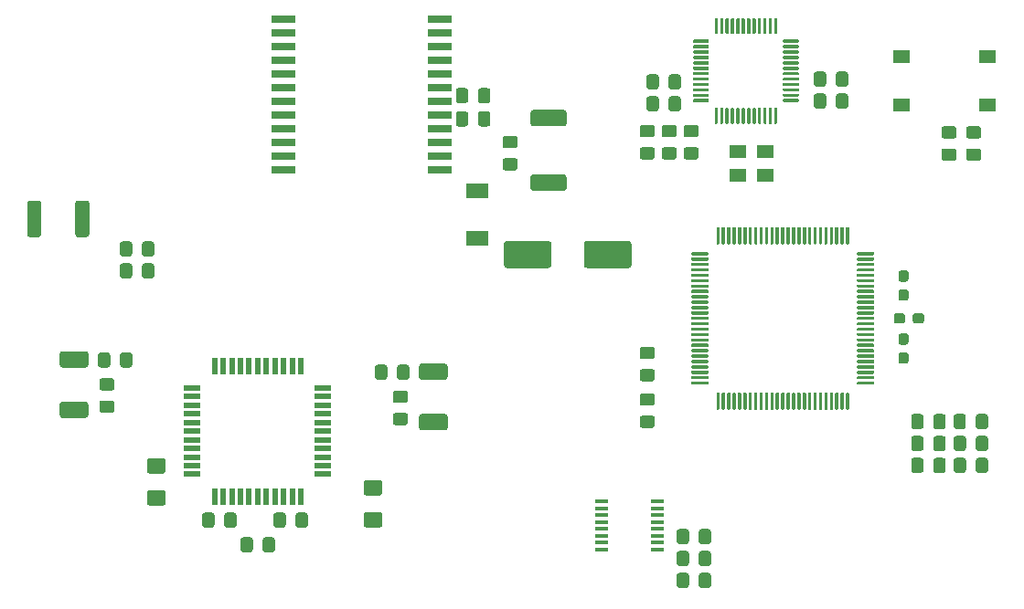
<source format=gbr>
%TF.GenerationSoftware,KiCad,Pcbnew,(5.1.12)-1*%
%TF.CreationDate,2022-03-07T22:11:42-06:00*%
%TF.ProjectId,PoE_Stepper_Driver,506f455f-5374-4657-9070-65725f447269,rev?*%
%TF.SameCoordinates,Original*%
%TF.FileFunction,Paste,Top*%
%TF.FilePolarity,Positive*%
%FSLAX46Y46*%
G04 Gerber Fmt 4.6, Leading zero omitted, Abs format (unit mm)*
G04 Created by KiCad (PCBNEW (5.1.12)-1) date 2022-03-07 22:11:42*
%MOMM*%
%LPD*%
G01*
G04 APERTURE LIST*
%ADD10R,1.500000X0.520000*%
%ADD11R,0.520000X1.500000*%
%ADD12R,2.100000X1.400000*%
%ADD13R,2.290000X0.760000*%
%ADD14R,1.200000X0.400000*%
%ADD15R,1.500000X1.200000*%
%ADD16R,1.550000X1.300000*%
G04 APERTURE END LIST*
%TO.C,C2*%
G36*
G01*
X120218000Y-118040999D02*
X120218000Y-118941001D01*
G75*
G02*
X119968001Y-119191000I-249999J0D01*
G01*
X119317999Y-119191000D01*
G75*
G02*
X119068000Y-118941001I0J249999D01*
G01*
X119068000Y-118040999D01*
G75*
G02*
X119317999Y-117791000I249999J0D01*
G01*
X119968001Y-117791000D01*
G75*
G02*
X120218000Y-118040999I0J-249999D01*
G01*
G37*
G36*
G01*
X118168000Y-118040999D02*
X118168000Y-118941001D01*
G75*
G02*
X117918001Y-119191000I-249999J0D01*
G01*
X117267999Y-119191000D01*
G75*
G02*
X117018000Y-118941001I0J249999D01*
G01*
X117018000Y-118040999D01*
G75*
G02*
X117267999Y-117791000I249999J0D01*
G01*
X117918001Y-117791000D01*
G75*
G02*
X118168000Y-118040999I0J-249999D01*
G01*
G37*
%TD*%
D10*
%TO.C,U16*%
X124668000Y-111950000D03*
X124668000Y-111150000D03*
X124668000Y-110350000D03*
X124668000Y-109550000D03*
X124668000Y-108750000D03*
X124668000Y-107950000D03*
X124668000Y-107150000D03*
X124668000Y-106350000D03*
X124668000Y-105550000D03*
X124668000Y-104750000D03*
X124668000Y-103950000D03*
D11*
X122618000Y-101900000D03*
X121818000Y-101900000D03*
X121018000Y-101900000D03*
X120218000Y-101900000D03*
X119418000Y-101900000D03*
X118618000Y-101900000D03*
X117818000Y-101900000D03*
X117018000Y-101900000D03*
X116218000Y-101900000D03*
X115418000Y-101900000D03*
X114618000Y-101900000D03*
D10*
X112568000Y-103950000D03*
X112568000Y-104750000D03*
X112568000Y-105550000D03*
X112568000Y-106350000D03*
X112568000Y-107150000D03*
X112568000Y-107950000D03*
X112568000Y-108750000D03*
X112568000Y-109550000D03*
X112568000Y-110350000D03*
X112568000Y-111150000D03*
X112568000Y-111950000D03*
D11*
X114618000Y-114000000D03*
X115418000Y-114000000D03*
X116218000Y-114000000D03*
X117018000Y-114000000D03*
X117818000Y-114000000D03*
X118618000Y-114000000D03*
X119418000Y-114000000D03*
X120218000Y-114000000D03*
X121018000Y-114000000D03*
X121818000Y-114000000D03*
X122618000Y-114000000D03*
%TD*%
%TO.C,C17*%
G36*
G01*
X120066000Y-116655001D02*
X120066000Y-115754999D01*
G75*
G02*
X120315999Y-115505000I249999J0D01*
G01*
X120966001Y-115505000D01*
G75*
G02*
X121216000Y-115754999I0J-249999D01*
G01*
X121216000Y-116655001D01*
G75*
G02*
X120966001Y-116905000I-249999J0D01*
G01*
X120315999Y-116905000D01*
G75*
G02*
X120066000Y-116655001I0J249999D01*
G01*
G37*
G36*
G01*
X122116000Y-116655001D02*
X122116000Y-115754999D01*
G75*
G02*
X122365999Y-115505000I249999J0D01*
G01*
X123016001Y-115505000D01*
G75*
G02*
X123266000Y-115754999I0J-249999D01*
G01*
X123266000Y-116655001D01*
G75*
G02*
X123016001Y-116905000I-249999J0D01*
G01*
X122365999Y-116905000D01*
G75*
G02*
X122116000Y-116655001I0J249999D01*
G01*
G37*
%TD*%
%TO.C,CG1*%
G36*
G01*
X101717000Y-89715000D02*
X101717000Y-86815000D01*
G75*
G02*
X101967000Y-86565000I250000J0D01*
G01*
X102767000Y-86565000D01*
G75*
G02*
X103017000Y-86815000I0J-250000D01*
G01*
X103017000Y-89715000D01*
G75*
G02*
X102767000Y-89965000I-250000J0D01*
G01*
X101967000Y-89965000D01*
G75*
G02*
X101717000Y-89715000I0J250000D01*
G01*
G37*
G36*
G01*
X97267000Y-89715000D02*
X97267000Y-86815000D01*
G75*
G02*
X97517000Y-86565000I250000J0D01*
G01*
X98317000Y-86565000D01*
G75*
G02*
X98567000Y-86815000I0J-250000D01*
G01*
X98567000Y-89715000D01*
G75*
G02*
X98317000Y-89965000I-250000J0D01*
G01*
X97517000Y-89965000D01*
G75*
G02*
X97267000Y-89715000I0J250000D01*
G01*
G37*
%TD*%
D12*
%TO.C,D1*%
X138938000Y-90084000D03*
X138938000Y-85684000D03*
%TD*%
%TO.C,D3*%
G36*
G01*
X141535999Y-80569000D02*
X142436001Y-80569000D01*
G75*
G02*
X142686000Y-80818999I0J-249999D01*
G01*
X142686000Y-81469001D01*
G75*
G02*
X142436001Y-81719000I-249999J0D01*
G01*
X141535999Y-81719000D01*
G75*
G02*
X141286000Y-81469001I0J249999D01*
G01*
X141286000Y-80818999D01*
G75*
G02*
X141535999Y-80569000I249999J0D01*
G01*
G37*
G36*
G01*
X141535999Y-82619000D02*
X142436001Y-82619000D01*
G75*
G02*
X142686000Y-82868999I0J-249999D01*
G01*
X142686000Y-83519001D01*
G75*
G02*
X142436001Y-83769000I-249999J0D01*
G01*
X141535999Y-83769000D01*
G75*
G02*
X141286000Y-83519001I0J249999D01*
G01*
X141286000Y-82868999D01*
G75*
G02*
X141535999Y-82619000I249999J0D01*
G01*
G37*
%TD*%
%TO.C,D4*%
G36*
G01*
X184208000Y-110674998D02*
X184208000Y-111575000D01*
G75*
G02*
X183958001Y-111824999I-249999J0D01*
G01*
X183307999Y-111824999D01*
G75*
G02*
X183058000Y-111575000I0J249999D01*
G01*
X183058000Y-110674998D01*
G75*
G02*
X183307999Y-110424999I249999J0D01*
G01*
X183958001Y-110424999D01*
G75*
G02*
X184208000Y-110674998I0J-249999D01*
G01*
G37*
G36*
G01*
X186258000Y-110674998D02*
X186258000Y-111575000D01*
G75*
G02*
X186008001Y-111824999I-249999J0D01*
G01*
X185357999Y-111824999D01*
G75*
G02*
X185108000Y-111575000I0J249999D01*
G01*
X185108000Y-110674998D01*
G75*
G02*
X185357999Y-110424999I249999J0D01*
G01*
X186008001Y-110424999D01*
G75*
G02*
X186258000Y-110674998I0J-249999D01*
G01*
G37*
%TD*%
%TO.C,D5*%
G36*
G01*
X186258000Y-108642998D02*
X186258000Y-109543000D01*
G75*
G02*
X186008001Y-109792999I-249999J0D01*
G01*
X185357999Y-109792999D01*
G75*
G02*
X185108000Y-109543000I0J249999D01*
G01*
X185108000Y-108642998D01*
G75*
G02*
X185357999Y-108392999I249999J0D01*
G01*
X186008001Y-108392999D01*
G75*
G02*
X186258000Y-108642998I0J-249999D01*
G01*
G37*
G36*
G01*
X184208000Y-108642998D02*
X184208000Y-109543000D01*
G75*
G02*
X183958001Y-109792999I-249999J0D01*
G01*
X183307999Y-109792999D01*
G75*
G02*
X183058000Y-109543000I0J249999D01*
G01*
X183058000Y-108642998D01*
G75*
G02*
X183307999Y-108392999I249999J0D01*
G01*
X183958001Y-108392999D01*
G75*
G02*
X184208000Y-108642998I0J-249999D01*
G01*
G37*
%TD*%
%TO.C,R7*%
G36*
G01*
X107892000Y-93541001D02*
X107892000Y-92640999D01*
G75*
G02*
X108141999Y-92391000I249999J0D01*
G01*
X108792001Y-92391000D01*
G75*
G02*
X109042000Y-92640999I0J-249999D01*
G01*
X109042000Y-93541001D01*
G75*
G02*
X108792001Y-93791000I-249999J0D01*
G01*
X108141999Y-93791000D01*
G75*
G02*
X107892000Y-93541001I0J249999D01*
G01*
G37*
G36*
G01*
X105842000Y-93541001D02*
X105842000Y-92640999D01*
G75*
G02*
X106091999Y-92391000I249999J0D01*
G01*
X106742001Y-92391000D01*
G75*
G02*
X106992000Y-92640999I0J-249999D01*
G01*
X106992000Y-93541001D01*
G75*
G02*
X106742001Y-93791000I-249999J0D01*
G01*
X106091999Y-93791000D01*
G75*
G02*
X105842000Y-93541001I0J249999D01*
G01*
G37*
%TD*%
%TO.C,R8*%
G36*
G01*
X105842000Y-91509001D02*
X105842000Y-90608999D01*
G75*
G02*
X106091999Y-90359000I249999J0D01*
G01*
X106742001Y-90359000D01*
G75*
G02*
X106992000Y-90608999I0J-249999D01*
G01*
X106992000Y-91509001D01*
G75*
G02*
X106742001Y-91759000I-249999J0D01*
G01*
X106091999Y-91759000D01*
G75*
G02*
X105842000Y-91509001I0J249999D01*
G01*
G37*
G36*
G01*
X107892000Y-91509001D02*
X107892000Y-90608999D01*
G75*
G02*
X108141999Y-90359000I249999J0D01*
G01*
X108792001Y-90359000D01*
G75*
G02*
X109042000Y-90608999I0J-249999D01*
G01*
X109042000Y-91509001D01*
G75*
G02*
X108792001Y-91759000I-249999J0D01*
G01*
X108141999Y-91759000D01*
G75*
G02*
X107892000Y-91509001I0J249999D01*
G01*
G37*
%TD*%
%TO.C,RMPS1*%
G36*
G01*
X144116999Y-78165000D02*
X146967001Y-78165000D01*
G75*
G02*
X147217000Y-78414999I0J-249999D01*
G01*
X147217000Y-79440001D01*
G75*
G02*
X146967001Y-79690000I-249999J0D01*
G01*
X144116999Y-79690000D01*
G75*
G02*
X143867000Y-79440001I0J249999D01*
G01*
X143867000Y-78414999D01*
G75*
G02*
X144116999Y-78165000I249999J0D01*
G01*
G37*
G36*
G01*
X144116999Y-84140000D02*
X146967001Y-84140000D01*
G75*
G02*
X147217000Y-84389999I0J-249999D01*
G01*
X147217000Y-85415001D01*
G75*
G02*
X146967001Y-85665000I-249999J0D01*
G01*
X144116999Y-85665000D01*
G75*
G02*
X143867000Y-85415001I0J249999D01*
G01*
X143867000Y-84389999D01*
G75*
G02*
X144116999Y-84140000I249999J0D01*
G01*
G37*
%TD*%
D13*
%TO.C,TR1*%
X121029000Y-83693000D03*
X121029000Y-82423000D03*
X121029000Y-81153000D03*
X121029000Y-79883000D03*
X121029000Y-78613000D03*
X121029000Y-77343000D03*
X121029000Y-76073000D03*
X121029000Y-74803000D03*
X121029000Y-73533000D03*
X121029000Y-72263000D03*
X121029000Y-70993000D03*
X121029000Y-69723000D03*
X135509000Y-69723000D03*
X135509000Y-70993000D03*
X135509000Y-72263000D03*
X135509000Y-73533000D03*
X135509000Y-74803000D03*
X135509000Y-76073000D03*
X135509000Y-77343000D03*
X135509000Y-78613000D03*
X135509000Y-79883000D03*
X135509000Y-81153000D03*
X135509000Y-82423000D03*
X135509000Y-83693000D03*
%TD*%
%TO.C,U3*%
G36*
G01*
X175711115Y-103416967D02*
X175711115Y-103566967D01*
G75*
G02*
X175636115Y-103641967I-75000J0D01*
G01*
X174186115Y-103641967D01*
G75*
G02*
X174111115Y-103566967I0J75000D01*
G01*
X174111115Y-103416967D01*
G75*
G02*
X174186115Y-103341967I75000J0D01*
G01*
X175636115Y-103341967D01*
G75*
G02*
X175711115Y-103416967I0J-75000D01*
G01*
G37*
G36*
G01*
X175711115Y-102916967D02*
X175711115Y-103066967D01*
G75*
G02*
X175636115Y-103141967I-75000J0D01*
G01*
X174186115Y-103141967D01*
G75*
G02*
X174111115Y-103066967I0J75000D01*
G01*
X174111115Y-102916967D01*
G75*
G02*
X174186115Y-102841967I75000J0D01*
G01*
X175636115Y-102841967D01*
G75*
G02*
X175711115Y-102916967I0J-75000D01*
G01*
G37*
G36*
G01*
X175711115Y-102416967D02*
X175711115Y-102566967D01*
G75*
G02*
X175636115Y-102641967I-75000J0D01*
G01*
X174186115Y-102641967D01*
G75*
G02*
X174111115Y-102566967I0J75000D01*
G01*
X174111115Y-102416967D01*
G75*
G02*
X174186115Y-102341967I75000J0D01*
G01*
X175636115Y-102341967D01*
G75*
G02*
X175711115Y-102416967I0J-75000D01*
G01*
G37*
G36*
G01*
X175711115Y-101916967D02*
X175711115Y-102066967D01*
G75*
G02*
X175636115Y-102141967I-75000J0D01*
G01*
X174186115Y-102141967D01*
G75*
G02*
X174111115Y-102066967I0J75000D01*
G01*
X174111115Y-101916967D01*
G75*
G02*
X174186115Y-101841967I75000J0D01*
G01*
X175636115Y-101841967D01*
G75*
G02*
X175711115Y-101916967I0J-75000D01*
G01*
G37*
G36*
G01*
X175711115Y-101416967D02*
X175711115Y-101566967D01*
G75*
G02*
X175636115Y-101641967I-75000J0D01*
G01*
X174186115Y-101641967D01*
G75*
G02*
X174111115Y-101566967I0J75000D01*
G01*
X174111115Y-101416967D01*
G75*
G02*
X174186115Y-101341967I75000J0D01*
G01*
X175636115Y-101341967D01*
G75*
G02*
X175711115Y-101416967I0J-75000D01*
G01*
G37*
G36*
G01*
X175711115Y-100916967D02*
X175711115Y-101066967D01*
G75*
G02*
X175636115Y-101141967I-75000J0D01*
G01*
X174186115Y-101141967D01*
G75*
G02*
X174111115Y-101066967I0J75000D01*
G01*
X174111115Y-100916967D01*
G75*
G02*
X174186115Y-100841967I75000J0D01*
G01*
X175636115Y-100841967D01*
G75*
G02*
X175711115Y-100916967I0J-75000D01*
G01*
G37*
G36*
G01*
X175711115Y-100416967D02*
X175711115Y-100566967D01*
G75*
G02*
X175636115Y-100641967I-75000J0D01*
G01*
X174186115Y-100641967D01*
G75*
G02*
X174111115Y-100566967I0J75000D01*
G01*
X174111115Y-100416967D01*
G75*
G02*
X174186115Y-100341967I75000J0D01*
G01*
X175636115Y-100341967D01*
G75*
G02*
X175711115Y-100416967I0J-75000D01*
G01*
G37*
G36*
G01*
X175711115Y-99916967D02*
X175711115Y-100066967D01*
G75*
G02*
X175636115Y-100141967I-75000J0D01*
G01*
X174186115Y-100141967D01*
G75*
G02*
X174111115Y-100066967I0J75000D01*
G01*
X174111115Y-99916967D01*
G75*
G02*
X174186115Y-99841967I75000J0D01*
G01*
X175636115Y-99841967D01*
G75*
G02*
X175711115Y-99916967I0J-75000D01*
G01*
G37*
G36*
G01*
X175711115Y-99416967D02*
X175711115Y-99566967D01*
G75*
G02*
X175636115Y-99641967I-75000J0D01*
G01*
X174186115Y-99641967D01*
G75*
G02*
X174111115Y-99566967I0J75000D01*
G01*
X174111115Y-99416967D01*
G75*
G02*
X174186115Y-99341967I75000J0D01*
G01*
X175636115Y-99341967D01*
G75*
G02*
X175711115Y-99416967I0J-75000D01*
G01*
G37*
G36*
G01*
X175711115Y-98916967D02*
X175711115Y-99066967D01*
G75*
G02*
X175636115Y-99141967I-75000J0D01*
G01*
X174186115Y-99141967D01*
G75*
G02*
X174111115Y-99066967I0J75000D01*
G01*
X174111115Y-98916967D01*
G75*
G02*
X174186115Y-98841967I75000J0D01*
G01*
X175636115Y-98841967D01*
G75*
G02*
X175711115Y-98916967I0J-75000D01*
G01*
G37*
G36*
G01*
X175711115Y-98416967D02*
X175711115Y-98566967D01*
G75*
G02*
X175636115Y-98641967I-75000J0D01*
G01*
X174186115Y-98641967D01*
G75*
G02*
X174111115Y-98566967I0J75000D01*
G01*
X174111115Y-98416967D01*
G75*
G02*
X174186115Y-98341967I75000J0D01*
G01*
X175636115Y-98341967D01*
G75*
G02*
X175711115Y-98416967I0J-75000D01*
G01*
G37*
G36*
G01*
X175711115Y-97916967D02*
X175711115Y-98066967D01*
G75*
G02*
X175636115Y-98141967I-75000J0D01*
G01*
X174186115Y-98141967D01*
G75*
G02*
X174111115Y-98066967I0J75000D01*
G01*
X174111115Y-97916967D01*
G75*
G02*
X174186115Y-97841967I75000J0D01*
G01*
X175636115Y-97841967D01*
G75*
G02*
X175711115Y-97916967I0J-75000D01*
G01*
G37*
G36*
G01*
X175711115Y-97416967D02*
X175711115Y-97566967D01*
G75*
G02*
X175636115Y-97641967I-75000J0D01*
G01*
X174186115Y-97641967D01*
G75*
G02*
X174111115Y-97566967I0J75000D01*
G01*
X174111115Y-97416967D01*
G75*
G02*
X174186115Y-97341967I75000J0D01*
G01*
X175636115Y-97341967D01*
G75*
G02*
X175711115Y-97416967I0J-75000D01*
G01*
G37*
G36*
G01*
X175711115Y-96916967D02*
X175711115Y-97066967D01*
G75*
G02*
X175636115Y-97141967I-75000J0D01*
G01*
X174186115Y-97141967D01*
G75*
G02*
X174111115Y-97066967I0J75000D01*
G01*
X174111115Y-96916967D01*
G75*
G02*
X174186115Y-96841967I75000J0D01*
G01*
X175636115Y-96841967D01*
G75*
G02*
X175711115Y-96916967I0J-75000D01*
G01*
G37*
G36*
G01*
X175711115Y-96416967D02*
X175711115Y-96566967D01*
G75*
G02*
X175636115Y-96641967I-75000J0D01*
G01*
X174186115Y-96641967D01*
G75*
G02*
X174111115Y-96566967I0J75000D01*
G01*
X174111115Y-96416967D01*
G75*
G02*
X174186115Y-96341967I75000J0D01*
G01*
X175636115Y-96341967D01*
G75*
G02*
X175711115Y-96416967I0J-75000D01*
G01*
G37*
G36*
G01*
X175711115Y-95916967D02*
X175711115Y-96066967D01*
G75*
G02*
X175636115Y-96141967I-75000J0D01*
G01*
X174186115Y-96141967D01*
G75*
G02*
X174111115Y-96066967I0J75000D01*
G01*
X174111115Y-95916967D01*
G75*
G02*
X174186115Y-95841967I75000J0D01*
G01*
X175636115Y-95841967D01*
G75*
G02*
X175711115Y-95916967I0J-75000D01*
G01*
G37*
G36*
G01*
X175711115Y-95416967D02*
X175711115Y-95566967D01*
G75*
G02*
X175636115Y-95641967I-75000J0D01*
G01*
X174186115Y-95641967D01*
G75*
G02*
X174111115Y-95566967I0J75000D01*
G01*
X174111115Y-95416967D01*
G75*
G02*
X174186115Y-95341967I75000J0D01*
G01*
X175636115Y-95341967D01*
G75*
G02*
X175711115Y-95416967I0J-75000D01*
G01*
G37*
G36*
G01*
X175711115Y-94916967D02*
X175711115Y-95066967D01*
G75*
G02*
X175636115Y-95141967I-75000J0D01*
G01*
X174186115Y-95141967D01*
G75*
G02*
X174111115Y-95066967I0J75000D01*
G01*
X174111115Y-94916967D01*
G75*
G02*
X174186115Y-94841967I75000J0D01*
G01*
X175636115Y-94841967D01*
G75*
G02*
X175711115Y-94916967I0J-75000D01*
G01*
G37*
G36*
G01*
X175711115Y-94416967D02*
X175711115Y-94566967D01*
G75*
G02*
X175636115Y-94641967I-75000J0D01*
G01*
X174186115Y-94641967D01*
G75*
G02*
X174111115Y-94566967I0J75000D01*
G01*
X174111115Y-94416967D01*
G75*
G02*
X174186115Y-94341967I75000J0D01*
G01*
X175636115Y-94341967D01*
G75*
G02*
X175711115Y-94416967I0J-75000D01*
G01*
G37*
G36*
G01*
X175711115Y-93916967D02*
X175711115Y-94066967D01*
G75*
G02*
X175636115Y-94141967I-75000J0D01*
G01*
X174186115Y-94141967D01*
G75*
G02*
X174111115Y-94066967I0J75000D01*
G01*
X174111115Y-93916967D01*
G75*
G02*
X174186115Y-93841967I75000J0D01*
G01*
X175636115Y-93841967D01*
G75*
G02*
X175711115Y-93916967I0J-75000D01*
G01*
G37*
G36*
G01*
X175711115Y-93416967D02*
X175711115Y-93566967D01*
G75*
G02*
X175636115Y-93641967I-75000J0D01*
G01*
X174186115Y-93641967D01*
G75*
G02*
X174111115Y-93566967I0J75000D01*
G01*
X174111115Y-93416967D01*
G75*
G02*
X174186115Y-93341967I75000J0D01*
G01*
X175636115Y-93341967D01*
G75*
G02*
X175711115Y-93416967I0J-75000D01*
G01*
G37*
G36*
G01*
X175711115Y-92916967D02*
X175711115Y-93066967D01*
G75*
G02*
X175636115Y-93141967I-75000J0D01*
G01*
X174186115Y-93141967D01*
G75*
G02*
X174111115Y-93066967I0J75000D01*
G01*
X174111115Y-92916967D01*
G75*
G02*
X174186115Y-92841967I75000J0D01*
G01*
X175636115Y-92841967D01*
G75*
G02*
X175711115Y-92916967I0J-75000D01*
G01*
G37*
G36*
G01*
X175711115Y-92416967D02*
X175711115Y-92566967D01*
G75*
G02*
X175636115Y-92641967I-75000J0D01*
G01*
X174186115Y-92641967D01*
G75*
G02*
X174111115Y-92566967I0J75000D01*
G01*
X174111115Y-92416967D01*
G75*
G02*
X174186115Y-92341967I75000J0D01*
G01*
X175636115Y-92341967D01*
G75*
G02*
X175711115Y-92416967I0J-75000D01*
G01*
G37*
G36*
G01*
X175711115Y-91916967D02*
X175711115Y-92066967D01*
G75*
G02*
X175636115Y-92141967I-75000J0D01*
G01*
X174186115Y-92141967D01*
G75*
G02*
X174111115Y-92066967I0J75000D01*
G01*
X174111115Y-91916967D01*
G75*
G02*
X174186115Y-91841967I75000J0D01*
G01*
X175636115Y-91841967D01*
G75*
G02*
X175711115Y-91916967I0J-75000D01*
G01*
G37*
G36*
G01*
X175711115Y-91416967D02*
X175711115Y-91566967D01*
G75*
G02*
X175636115Y-91641967I-75000J0D01*
G01*
X174186115Y-91641967D01*
G75*
G02*
X174111115Y-91566967I0J75000D01*
G01*
X174111115Y-91416967D01*
G75*
G02*
X174186115Y-91341967I75000J0D01*
G01*
X175636115Y-91341967D01*
G75*
G02*
X175711115Y-91416967I0J-75000D01*
G01*
G37*
G36*
G01*
X173386115Y-89091967D02*
X173386115Y-90541967D01*
G75*
G02*
X173311115Y-90616967I-75000J0D01*
G01*
X173161115Y-90616967D01*
G75*
G02*
X173086115Y-90541967I0J75000D01*
G01*
X173086115Y-89091967D01*
G75*
G02*
X173161115Y-89016967I75000J0D01*
G01*
X173311115Y-89016967D01*
G75*
G02*
X173386115Y-89091967I0J-75000D01*
G01*
G37*
G36*
G01*
X172886115Y-89091967D02*
X172886115Y-90541967D01*
G75*
G02*
X172811115Y-90616967I-75000J0D01*
G01*
X172661115Y-90616967D01*
G75*
G02*
X172586115Y-90541967I0J75000D01*
G01*
X172586115Y-89091967D01*
G75*
G02*
X172661115Y-89016967I75000J0D01*
G01*
X172811115Y-89016967D01*
G75*
G02*
X172886115Y-89091967I0J-75000D01*
G01*
G37*
G36*
G01*
X172386115Y-89091967D02*
X172386115Y-90541967D01*
G75*
G02*
X172311115Y-90616967I-75000J0D01*
G01*
X172161115Y-90616967D01*
G75*
G02*
X172086115Y-90541967I0J75000D01*
G01*
X172086115Y-89091967D01*
G75*
G02*
X172161115Y-89016967I75000J0D01*
G01*
X172311115Y-89016967D01*
G75*
G02*
X172386115Y-89091967I0J-75000D01*
G01*
G37*
G36*
G01*
X171886115Y-89091967D02*
X171886115Y-90541967D01*
G75*
G02*
X171811115Y-90616967I-75000J0D01*
G01*
X171661115Y-90616967D01*
G75*
G02*
X171586115Y-90541967I0J75000D01*
G01*
X171586115Y-89091967D01*
G75*
G02*
X171661115Y-89016967I75000J0D01*
G01*
X171811115Y-89016967D01*
G75*
G02*
X171886115Y-89091967I0J-75000D01*
G01*
G37*
G36*
G01*
X171386115Y-89091967D02*
X171386115Y-90541967D01*
G75*
G02*
X171311115Y-90616967I-75000J0D01*
G01*
X171161115Y-90616967D01*
G75*
G02*
X171086115Y-90541967I0J75000D01*
G01*
X171086115Y-89091967D01*
G75*
G02*
X171161115Y-89016967I75000J0D01*
G01*
X171311115Y-89016967D01*
G75*
G02*
X171386115Y-89091967I0J-75000D01*
G01*
G37*
G36*
G01*
X170886115Y-89091967D02*
X170886115Y-90541967D01*
G75*
G02*
X170811115Y-90616967I-75000J0D01*
G01*
X170661115Y-90616967D01*
G75*
G02*
X170586115Y-90541967I0J75000D01*
G01*
X170586115Y-89091967D01*
G75*
G02*
X170661115Y-89016967I75000J0D01*
G01*
X170811115Y-89016967D01*
G75*
G02*
X170886115Y-89091967I0J-75000D01*
G01*
G37*
G36*
G01*
X170386115Y-89091967D02*
X170386115Y-90541967D01*
G75*
G02*
X170311115Y-90616967I-75000J0D01*
G01*
X170161115Y-90616967D01*
G75*
G02*
X170086115Y-90541967I0J75000D01*
G01*
X170086115Y-89091967D01*
G75*
G02*
X170161115Y-89016967I75000J0D01*
G01*
X170311115Y-89016967D01*
G75*
G02*
X170386115Y-89091967I0J-75000D01*
G01*
G37*
G36*
G01*
X169886115Y-89091967D02*
X169886115Y-90541967D01*
G75*
G02*
X169811115Y-90616967I-75000J0D01*
G01*
X169661115Y-90616967D01*
G75*
G02*
X169586115Y-90541967I0J75000D01*
G01*
X169586115Y-89091967D01*
G75*
G02*
X169661115Y-89016967I75000J0D01*
G01*
X169811115Y-89016967D01*
G75*
G02*
X169886115Y-89091967I0J-75000D01*
G01*
G37*
G36*
G01*
X169386115Y-89091967D02*
X169386115Y-90541967D01*
G75*
G02*
X169311115Y-90616967I-75000J0D01*
G01*
X169161115Y-90616967D01*
G75*
G02*
X169086115Y-90541967I0J75000D01*
G01*
X169086115Y-89091967D01*
G75*
G02*
X169161115Y-89016967I75000J0D01*
G01*
X169311115Y-89016967D01*
G75*
G02*
X169386115Y-89091967I0J-75000D01*
G01*
G37*
G36*
G01*
X168886115Y-89091967D02*
X168886115Y-90541967D01*
G75*
G02*
X168811115Y-90616967I-75000J0D01*
G01*
X168661115Y-90616967D01*
G75*
G02*
X168586115Y-90541967I0J75000D01*
G01*
X168586115Y-89091967D01*
G75*
G02*
X168661115Y-89016967I75000J0D01*
G01*
X168811115Y-89016967D01*
G75*
G02*
X168886115Y-89091967I0J-75000D01*
G01*
G37*
G36*
G01*
X168386115Y-89091967D02*
X168386115Y-90541967D01*
G75*
G02*
X168311115Y-90616967I-75000J0D01*
G01*
X168161115Y-90616967D01*
G75*
G02*
X168086115Y-90541967I0J75000D01*
G01*
X168086115Y-89091967D01*
G75*
G02*
X168161115Y-89016967I75000J0D01*
G01*
X168311115Y-89016967D01*
G75*
G02*
X168386115Y-89091967I0J-75000D01*
G01*
G37*
G36*
G01*
X167886115Y-89091967D02*
X167886115Y-90541967D01*
G75*
G02*
X167811115Y-90616967I-75000J0D01*
G01*
X167661115Y-90616967D01*
G75*
G02*
X167586115Y-90541967I0J75000D01*
G01*
X167586115Y-89091967D01*
G75*
G02*
X167661115Y-89016967I75000J0D01*
G01*
X167811115Y-89016967D01*
G75*
G02*
X167886115Y-89091967I0J-75000D01*
G01*
G37*
G36*
G01*
X167386115Y-89091967D02*
X167386115Y-90541967D01*
G75*
G02*
X167311115Y-90616967I-75000J0D01*
G01*
X167161115Y-90616967D01*
G75*
G02*
X167086115Y-90541967I0J75000D01*
G01*
X167086115Y-89091967D01*
G75*
G02*
X167161115Y-89016967I75000J0D01*
G01*
X167311115Y-89016967D01*
G75*
G02*
X167386115Y-89091967I0J-75000D01*
G01*
G37*
G36*
G01*
X166886115Y-89091967D02*
X166886115Y-90541967D01*
G75*
G02*
X166811115Y-90616967I-75000J0D01*
G01*
X166661115Y-90616967D01*
G75*
G02*
X166586115Y-90541967I0J75000D01*
G01*
X166586115Y-89091967D01*
G75*
G02*
X166661115Y-89016967I75000J0D01*
G01*
X166811115Y-89016967D01*
G75*
G02*
X166886115Y-89091967I0J-75000D01*
G01*
G37*
G36*
G01*
X166386115Y-89091967D02*
X166386115Y-90541967D01*
G75*
G02*
X166311115Y-90616967I-75000J0D01*
G01*
X166161115Y-90616967D01*
G75*
G02*
X166086115Y-90541967I0J75000D01*
G01*
X166086115Y-89091967D01*
G75*
G02*
X166161115Y-89016967I75000J0D01*
G01*
X166311115Y-89016967D01*
G75*
G02*
X166386115Y-89091967I0J-75000D01*
G01*
G37*
G36*
G01*
X165886115Y-89091967D02*
X165886115Y-90541967D01*
G75*
G02*
X165811115Y-90616967I-75000J0D01*
G01*
X165661115Y-90616967D01*
G75*
G02*
X165586115Y-90541967I0J75000D01*
G01*
X165586115Y-89091967D01*
G75*
G02*
X165661115Y-89016967I75000J0D01*
G01*
X165811115Y-89016967D01*
G75*
G02*
X165886115Y-89091967I0J-75000D01*
G01*
G37*
G36*
G01*
X165386115Y-89091967D02*
X165386115Y-90541967D01*
G75*
G02*
X165311115Y-90616967I-75000J0D01*
G01*
X165161115Y-90616967D01*
G75*
G02*
X165086115Y-90541967I0J75000D01*
G01*
X165086115Y-89091967D01*
G75*
G02*
X165161115Y-89016967I75000J0D01*
G01*
X165311115Y-89016967D01*
G75*
G02*
X165386115Y-89091967I0J-75000D01*
G01*
G37*
G36*
G01*
X164886115Y-89091967D02*
X164886115Y-90541967D01*
G75*
G02*
X164811115Y-90616967I-75000J0D01*
G01*
X164661115Y-90616967D01*
G75*
G02*
X164586115Y-90541967I0J75000D01*
G01*
X164586115Y-89091967D01*
G75*
G02*
X164661115Y-89016967I75000J0D01*
G01*
X164811115Y-89016967D01*
G75*
G02*
X164886115Y-89091967I0J-75000D01*
G01*
G37*
G36*
G01*
X164386115Y-89091967D02*
X164386115Y-90541967D01*
G75*
G02*
X164311115Y-90616967I-75000J0D01*
G01*
X164161115Y-90616967D01*
G75*
G02*
X164086115Y-90541967I0J75000D01*
G01*
X164086115Y-89091967D01*
G75*
G02*
X164161115Y-89016967I75000J0D01*
G01*
X164311115Y-89016967D01*
G75*
G02*
X164386115Y-89091967I0J-75000D01*
G01*
G37*
G36*
G01*
X163886115Y-89091967D02*
X163886115Y-90541967D01*
G75*
G02*
X163811115Y-90616967I-75000J0D01*
G01*
X163661115Y-90616967D01*
G75*
G02*
X163586115Y-90541967I0J75000D01*
G01*
X163586115Y-89091967D01*
G75*
G02*
X163661115Y-89016967I75000J0D01*
G01*
X163811115Y-89016967D01*
G75*
G02*
X163886115Y-89091967I0J-75000D01*
G01*
G37*
G36*
G01*
X163386115Y-89091967D02*
X163386115Y-90541967D01*
G75*
G02*
X163311115Y-90616967I-75000J0D01*
G01*
X163161115Y-90616967D01*
G75*
G02*
X163086115Y-90541967I0J75000D01*
G01*
X163086115Y-89091967D01*
G75*
G02*
X163161115Y-89016967I75000J0D01*
G01*
X163311115Y-89016967D01*
G75*
G02*
X163386115Y-89091967I0J-75000D01*
G01*
G37*
G36*
G01*
X162886115Y-89091967D02*
X162886115Y-90541967D01*
G75*
G02*
X162811115Y-90616967I-75000J0D01*
G01*
X162661115Y-90616967D01*
G75*
G02*
X162586115Y-90541967I0J75000D01*
G01*
X162586115Y-89091967D01*
G75*
G02*
X162661115Y-89016967I75000J0D01*
G01*
X162811115Y-89016967D01*
G75*
G02*
X162886115Y-89091967I0J-75000D01*
G01*
G37*
G36*
G01*
X162386115Y-89091967D02*
X162386115Y-90541967D01*
G75*
G02*
X162311115Y-90616967I-75000J0D01*
G01*
X162161115Y-90616967D01*
G75*
G02*
X162086115Y-90541967I0J75000D01*
G01*
X162086115Y-89091967D01*
G75*
G02*
X162161115Y-89016967I75000J0D01*
G01*
X162311115Y-89016967D01*
G75*
G02*
X162386115Y-89091967I0J-75000D01*
G01*
G37*
G36*
G01*
X161886115Y-89091967D02*
X161886115Y-90541967D01*
G75*
G02*
X161811115Y-90616967I-75000J0D01*
G01*
X161661115Y-90616967D01*
G75*
G02*
X161586115Y-90541967I0J75000D01*
G01*
X161586115Y-89091967D01*
G75*
G02*
X161661115Y-89016967I75000J0D01*
G01*
X161811115Y-89016967D01*
G75*
G02*
X161886115Y-89091967I0J-75000D01*
G01*
G37*
G36*
G01*
X161386115Y-89091967D02*
X161386115Y-90541967D01*
G75*
G02*
X161311115Y-90616967I-75000J0D01*
G01*
X161161115Y-90616967D01*
G75*
G02*
X161086115Y-90541967I0J75000D01*
G01*
X161086115Y-89091967D01*
G75*
G02*
X161161115Y-89016967I75000J0D01*
G01*
X161311115Y-89016967D01*
G75*
G02*
X161386115Y-89091967I0J-75000D01*
G01*
G37*
G36*
G01*
X160361115Y-91416967D02*
X160361115Y-91566967D01*
G75*
G02*
X160286115Y-91641967I-75000J0D01*
G01*
X158836115Y-91641967D01*
G75*
G02*
X158761115Y-91566967I0J75000D01*
G01*
X158761115Y-91416967D01*
G75*
G02*
X158836115Y-91341967I75000J0D01*
G01*
X160286115Y-91341967D01*
G75*
G02*
X160361115Y-91416967I0J-75000D01*
G01*
G37*
G36*
G01*
X160361115Y-91916967D02*
X160361115Y-92066967D01*
G75*
G02*
X160286115Y-92141967I-75000J0D01*
G01*
X158836115Y-92141967D01*
G75*
G02*
X158761115Y-92066967I0J75000D01*
G01*
X158761115Y-91916967D01*
G75*
G02*
X158836115Y-91841967I75000J0D01*
G01*
X160286115Y-91841967D01*
G75*
G02*
X160361115Y-91916967I0J-75000D01*
G01*
G37*
G36*
G01*
X160361115Y-92416967D02*
X160361115Y-92566967D01*
G75*
G02*
X160286115Y-92641967I-75000J0D01*
G01*
X158836115Y-92641967D01*
G75*
G02*
X158761115Y-92566967I0J75000D01*
G01*
X158761115Y-92416967D01*
G75*
G02*
X158836115Y-92341967I75000J0D01*
G01*
X160286115Y-92341967D01*
G75*
G02*
X160361115Y-92416967I0J-75000D01*
G01*
G37*
G36*
G01*
X160361115Y-92916967D02*
X160361115Y-93066967D01*
G75*
G02*
X160286115Y-93141967I-75000J0D01*
G01*
X158836115Y-93141967D01*
G75*
G02*
X158761115Y-93066967I0J75000D01*
G01*
X158761115Y-92916967D01*
G75*
G02*
X158836115Y-92841967I75000J0D01*
G01*
X160286115Y-92841967D01*
G75*
G02*
X160361115Y-92916967I0J-75000D01*
G01*
G37*
G36*
G01*
X160361115Y-93416967D02*
X160361115Y-93566967D01*
G75*
G02*
X160286115Y-93641967I-75000J0D01*
G01*
X158836115Y-93641967D01*
G75*
G02*
X158761115Y-93566967I0J75000D01*
G01*
X158761115Y-93416967D01*
G75*
G02*
X158836115Y-93341967I75000J0D01*
G01*
X160286115Y-93341967D01*
G75*
G02*
X160361115Y-93416967I0J-75000D01*
G01*
G37*
G36*
G01*
X160361115Y-93916967D02*
X160361115Y-94066967D01*
G75*
G02*
X160286115Y-94141967I-75000J0D01*
G01*
X158836115Y-94141967D01*
G75*
G02*
X158761115Y-94066967I0J75000D01*
G01*
X158761115Y-93916967D01*
G75*
G02*
X158836115Y-93841967I75000J0D01*
G01*
X160286115Y-93841967D01*
G75*
G02*
X160361115Y-93916967I0J-75000D01*
G01*
G37*
G36*
G01*
X160361115Y-94416967D02*
X160361115Y-94566967D01*
G75*
G02*
X160286115Y-94641967I-75000J0D01*
G01*
X158836115Y-94641967D01*
G75*
G02*
X158761115Y-94566967I0J75000D01*
G01*
X158761115Y-94416967D01*
G75*
G02*
X158836115Y-94341967I75000J0D01*
G01*
X160286115Y-94341967D01*
G75*
G02*
X160361115Y-94416967I0J-75000D01*
G01*
G37*
G36*
G01*
X160361115Y-94916967D02*
X160361115Y-95066967D01*
G75*
G02*
X160286115Y-95141967I-75000J0D01*
G01*
X158836115Y-95141967D01*
G75*
G02*
X158761115Y-95066967I0J75000D01*
G01*
X158761115Y-94916967D01*
G75*
G02*
X158836115Y-94841967I75000J0D01*
G01*
X160286115Y-94841967D01*
G75*
G02*
X160361115Y-94916967I0J-75000D01*
G01*
G37*
G36*
G01*
X160361115Y-95416967D02*
X160361115Y-95566967D01*
G75*
G02*
X160286115Y-95641967I-75000J0D01*
G01*
X158836115Y-95641967D01*
G75*
G02*
X158761115Y-95566967I0J75000D01*
G01*
X158761115Y-95416967D01*
G75*
G02*
X158836115Y-95341967I75000J0D01*
G01*
X160286115Y-95341967D01*
G75*
G02*
X160361115Y-95416967I0J-75000D01*
G01*
G37*
G36*
G01*
X160361115Y-95916967D02*
X160361115Y-96066967D01*
G75*
G02*
X160286115Y-96141967I-75000J0D01*
G01*
X158836115Y-96141967D01*
G75*
G02*
X158761115Y-96066967I0J75000D01*
G01*
X158761115Y-95916967D01*
G75*
G02*
X158836115Y-95841967I75000J0D01*
G01*
X160286115Y-95841967D01*
G75*
G02*
X160361115Y-95916967I0J-75000D01*
G01*
G37*
G36*
G01*
X160361115Y-96416967D02*
X160361115Y-96566967D01*
G75*
G02*
X160286115Y-96641967I-75000J0D01*
G01*
X158836115Y-96641967D01*
G75*
G02*
X158761115Y-96566967I0J75000D01*
G01*
X158761115Y-96416967D01*
G75*
G02*
X158836115Y-96341967I75000J0D01*
G01*
X160286115Y-96341967D01*
G75*
G02*
X160361115Y-96416967I0J-75000D01*
G01*
G37*
G36*
G01*
X160361115Y-96916967D02*
X160361115Y-97066967D01*
G75*
G02*
X160286115Y-97141967I-75000J0D01*
G01*
X158836115Y-97141967D01*
G75*
G02*
X158761115Y-97066967I0J75000D01*
G01*
X158761115Y-96916967D01*
G75*
G02*
X158836115Y-96841967I75000J0D01*
G01*
X160286115Y-96841967D01*
G75*
G02*
X160361115Y-96916967I0J-75000D01*
G01*
G37*
G36*
G01*
X160361115Y-97416967D02*
X160361115Y-97566967D01*
G75*
G02*
X160286115Y-97641967I-75000J0D01*
G01*
X158836115Y-97641967D01*
G75*
G02*
X158761115Y-97566967I0J75000D01*
G01*
X158761115Y-97416967D01*
G75*
G02*
X158836115Y-97341967I75000J0D01*
G01*
X160286115Y-97341967D01*
G75*
G02*
X160361115Y-97416967I0J-75000D01*
G01*
G37*
G36*
G01*
X160361115Y-97916967D02*
X160361115Y-98066967D01*
G75*
G02*
X160286115Y-98141967I-75000J0D01*
G01*
X158836115Y-98141967D01*
G75*
G02*
X158761115Y-98066967I0J75000D01*
G01*
X158761115Y-97916967D01*
G75*
G02*
X158836115Y-97841967I75000J0D01*
G01*
X160286115Y-97841967D01*
G75*
G02*
X160361115Y-97916967I0J-75000D01*
G01*
G37*
G36*
G01*
X160361115Y-98416967D02*
X160361115Y-98566967D01*
G75*
G02*
X160286115Y-98641967I-75000J0D01*
G01*
X158836115Y-98641967D01*
G75*
G02*
X158761115Y-98566967I0J75000D01*
G01*
X158761115Y-98416967D01*
G75*
G02*
X158836115Y-98341967I75000J0D01*
G01*
X160286115Y-98341967D01*
G75*
G02*
X160361115Y-98416967I0J-75000D01*
G01*
G37*
G36*
G01*
X160361115Y-98916967D02*
X160361115Y-99066967D01*
G75*
G02*
X160286115Y-99141967I-75000J0D01*
G01*
X158836115Y-99141967D01*
G75*
G02*
X158761115Y-99066967I0J75000D01*
G01*
X158761115Y-98916967D01*
G75*
G02*
X158836115Y-98841967I75000J0D01*
G01*
X160286115Y-98841967D01*
G75*
G02*
X160361115Y-98916967I0J-75000D01*
G01*
G37*
G36*
G01*
X160361115Y-99416967D02*
X160361115Y-99566967D01*
G75*
G02*
X160286115Y-99641967I-75000J0D01*
G01*
X158836115Y-99641967D01*
G75*
G02*
X158761115Y-99566967I0J75000D01*
G01*
X158761115Y-99416967D01*
G75*
G02*
X158836115Y-99341967I75000J0D01*
G01*
X160286115Y-99341967D01*
G75*
G02*
X160361115Y-99416967I0J-75000D01*
G01*
G37*
G36*
G01*
X160361115Y-99916967D02*
X160361115Y-100066967D01*
G75*
G02*
X160286115Y-100141967I-75000J0D01*
G01*
X158836115Y-100141967D01*
G75*
G02*
X158761115Y-100066967I0J75000D01*
G01*
X158761115Y-99916967D01*
G75*
G02*
X158836115Y-99841967I75000J0D01*
G01*
X160286115Y-99841967D01*
G75*
G02*
X160361115Y-99916967I0J-75000D01*
G01*
G37*
G36*
G01*
X160361115Y-100416967D02*
X160361115Y-100566967D01*
G75*
G02*
X160286115Y-100641967I-75000J0D01*
G01*
X158836115Y-100641967D01*
G75*
G02*
X158761115Y-100566967I0J75000D01*
G01*
X158761115Y-100416967D01*
G75*
G02*
X158836115Y-100341967I75000J0D01*
G01*
X160286115Y-100341967D01*
G75*
G02*
X160361115Y-100416967I0J-75000D01*
G01*
G37*
G36*
G01*
X160361115Y-100916967D02*
X160361115Y-101066967D01*
G75*
G02*
X160286115Y-101141967I-75000J0D01*
G01*
X158836115Y-101141967D01*
G75*
G02*
X158761115Y-101066967I0J75000D01*
G01*
X158761115Y-100916967D01*
G75*
G02*
X158836115Y-100841967I75000J0D01*
G01*
X160286115Y-100841967D01*
G75*
G02*
X160361115Y-100916967I0J-75000D01*
G01*
G37*
G36*
G01*
X160361115Y-101416967D02*
X160361115Y-101566967D01*
G75*
G02*
X160286115Y-101641967I-75000J0D01*
G01*
X158836115Y-101641967D01*
G75*
G02*
X158761115Y-101566967I0J75000D01*
G01*
X158761115Y-101416967D01*
G75*
G02*
X158836115Y-101341967I75000J0D01*
G01*
X160286115Y-101341967D01*
G75*
G02*
X160361115Y-101416967I0J-75000D01*
G01*
G37*
G36*
G01*
X160361115Y-101916967D02*
X160361115Y-102066967D01*
G75*
G02*
X160286115Y-102141967I-75000J0D01*
G01*
X158836115Y-102141967D01*
G75*
G02*
X158761115Y-102066967I0J75000D01*
G01*
X158761115Y-101916967D01*
G75*
G02*
X158836115Y-101841967I75000J0D01*
G01*
X160286115Y-101841967D01*
G75*
G02*
X160361115Y-101916967I0J-75000D01*
G01*
G37*
G36*
G01*
X160361115Y-102416967D02*
X160361115Y-102566967D01*
G75*
G02*
X160286115Y-102641967I-75000J0D01*
G01*
X158836115Y-102641967D01*
G75*
G02*
X158761115Y-102566967I0J75000D01*
G01*
X158761115Y-102416967D01*
G75*
G02*
X158836115Y-102341967I75000J0D01*
G01*
X160286115Y-102341967D01*
G75*
G02*
X160361115Y-102416967I0J-75000D01*
G01*
G37*
G36*
G01*
X160361115Y-102916967D02*
X160361115Y-103066967D01*
G75*
G02*
X160286115Y-103141967I-75000J0D01*
G01*
X158836115Y-103141967D01*
G75*
G02*
X158761115Y-103066967I0J75000D01*
G01*
X158761115Y-102916967D01*
G75*
G02*
X158836115Y-102841967I75000J0D01*
G01*
X160286115Y-102841967D01*
G75*
G02*
X160361115Y-102916967I0J-75000D01*
G01*
G37*
G36*
G01*
X160361115Y-103416967D02*
X160361115Y-103566967D01*
G75*
G02*
X160286115Y-103641967I-75000J0D01*
G01*
X158836115Y-103641967D01*
G75*
G02*
X158761115Y-103566967I0J75000D01*
G01*
X158761115Y-103416967D01*
G75*
G02*
X158836115Y-103341967I75000J0D01*
G01*
X160286115Y-103341967D01*
G75*
G02*
X160361115Y-103416967I0J-75000D01*
G01*
G37*
G36*
G01*
X161386115Y-104441967D02*
X161386115Y-105891967D01*
G75*
G02*
X161311115Y-105966967I-75000J0D01*
G01*
X161161115Y-105966967D01*
G75*
G02*
X161086115Y-105891967I0J75000D01*
G01*
X161086115Y-104441967D01*
G75*
G02*
X161161115Y-104366967I75000J0D01*
G01*
X161311115Y-104366967D01*
G75*
G02*
X161386115Y-104441967I0J-75000D01*
G01*
G37*
G36*
G01*
X161886115Y-104441967D02*
X161886115Y-105891967D01*
G75*
G02*
X161811115Y-105966967I-75000J0D01*
G01*
X161661115Y-105966967D01*
G75*
G02*
X161586115Y-105891967I0J75000D01*
G01*
X161586115Y-104441967D01*
G75*
G02*
X161661115Y-104366967I75000J0D01*
G01*
X161811115Y-104366967D01*
G75*
G02*
X161886115Y-104441967I0J-75000D01*
G01*
G37*
G36*
G01*
X162386115Y-104441967D02*
X162386115Y-105891967D01*
G75*
G02*
X162311115Y-105966967I-75000J0D01*
G01*
X162161115Y-105966967D01*
G75*
G02*
X162086115Y-105891967I0J75000D01*
G01*
X162086115Y-104441967D01*
G75*
G02*
X162161115Y-104366967I75000J0D01*
G01*
X162311115Y-104366967D01*
G75*
G02*
X162386115Y-104441967I0J-75000D01*
G01*
G37*
G36*
G01*
X162886115Y-104441967D02*
X162886115Y-105891967D01*
G75*
G02*
X162811115Y-105966967I-75000J0D01*
G01*
X162661115Y-105966967D01*
G75*
G02*
X162586115Y-105891967I0J75000D01*
G01*
X162586115Y-104441967D01*
G75*
G02*
X162661115Y-104366967I75000J0D01*
G01*
X162811115Y-104366967D01*
G75*
G02*
X162886115Y-104441967I0J-75000D01*
G01*
G37*
G36*
G01*
X163386115Y-104441967D02*
X163386115Y-105891967D01*
G75*
G02*
X163311115Y-105966967I-75000J0D01*
G01*
X163161115Y-105966967D01*
G75*
G02*
X163086115Y-105891967I0J75000D01*
G01*
X163086115Y-104441967D01*
G75*
G02*
X163161115Y-104366967I75000J0D01*
G01*
X163311115Y-104366967D01*
G75*
G02*
X163386115Y-104441967I0J-75000D01*
G01*
G37*
G36*
G01*
X163886115Y-104441967D02*
X163886115Y-105891967D01*
G75*
G02*
X163811115Y-105966967I-75000J0D01*
G01*
X163661115Y-105966967D01*
G75*
G02*
X163586115Y-105891967I0J75000D01*
G01*
X163586115Y-104441967D01*
G75*
G02*
X163661115Y-104366967I75000J0D01*
G01*
X163811115Y-104366967D01*
G75*
G02*
X163886115Y-104441967I0J-75000D01*
G01*
G37*
G36*
G01*
X164386115Y-104441967D02*
X164386115Y-105891967D01*
G75*
G02*
X164311115Y-105966967I-75000J0D01*
G01*
X164161115Y-105966967D01*
G75*
G02*
X164086115Y-105891967I0J75000D01*
G01*
X164086115Y-104441967D01*
G75*
G02*
X164161115Y-104366967I75000J0D01*
G01*
X164311115Y-104366967D01*
G75*
G02*
X164386115Y-104441967I0J-75000D01*
G01*
G37*
G36*
G01*
X164886115Y-104441967D02*
X164886115Y-105891967D01*
G75*
G02*
X164811115Y-105966967I-75000J0D01*
G01*
X164661115Y-105966967D01*
G75*
G02*
X164586115Y-105891967I0J75000D01*
G01*
X164586115Y-104441967D01*
G75*
G02*
X164661115Y-104366967I75000J0D01*
G01*
X164811115Y-104366967D01*
G75*
G02*
X164886115Y-104441967I0J-75000D01*
G01*
G37*
G36*
G01*
X165386115Y-104441967D02*
X165386115Y-105891967D01*
G75*
G02*
X165311115Y-105966967I-75000J0D01*
G01*
X165161115Y-105966967D01*
G75*
G02*
X165086115Y-105891967I0J75000D01*
G01*
X165086115Y-104441967D01*
G75*
G02*
X165161115Y-104366967I75000J0D01*
G01*
X165311115Y-104366967D01*
G75*
G02*
X165386115Y-104441967I0J-75000D01*
G01*
G37*
G36*
G01*
X165886115Y-104441967D02*
X165886115Y-105891967D01*
G75*
G02*
X165811115Y-105966967I-75000J0D01*
G01*
X165661115Y-105966967D01*
G75*
G02*
X165586115Y-105891967I0J75000D01*
G01*
X165586115Y-104441967D01*
G75*
G02*
X165661115Y-104366967I75000J0D01*
G01*
X165811115Y-104366967D01*
G75*
G02*
X165886115Y-104441967I0J-75000D01*
G01*
G37*
G36*
G01*
X166386115Y-104441967D02*
X166386115Y-105891967D01*
G75*
G02*
X166311115Y-105966967I-75000J0D01*
G01*
X166161115Y-105966967D01*
G75*
G02*
X166086115Y-105891967I0J75000D01*
G01*
X166086115Y-104441967D01*
G75*
G02*
X166161115Y-104366967I75000J0D01*
G01*
X166311115Y-104366967D01*
G75*
G02*
X166386115Y-104441967I0J-75000D01*
G01*
G37*
G36*
G01*
X166886115Y-104441967D02*
X166886115Y-105891967D01*
G75*
G02*
X166811115Y-105966967I-75000J0D01*
G01*
X166661115Y-105966967D01*
G75*
G02*
X166586115Y-105891967I0J75000D01*
G01*
X166586115Y-104441967D01*
G75*
G02*
X166661115Y-104366967I75000J0D01*
G01*
X166811115Y-104366967D01*
G75*
G02*
X166886115Y-104441967I0J-75000D01*
G01*
G37*
G36*
G01*
X167386115Y-104441967D02*
X167386115Y-105891967D01*
G75*
G02*
X167311115Y-105966967I-75000J0D01*
G01*
X167161115Y-105966967D01*
G75*
G02*
X167086115Y-105891967I0J75000D01*
G01*
X167086115Y-104441967D01*
G75*
G02*
X167161115Y-104366967I75000J0D01*
G01*
X167311115Y-104366967D01*
G75*
G02*
X167386115Y-104441967I0J-75000D01*
G01*
G37*
G36*
G01*
X167886115Y-104441967D02*
X167886115Y-105891967D01*
G75*
G02*
X167811115Y-105966967I-75000J0D01*
G01*
X167661115Y-105966967D01*
G75*
G02*
X167586115Y-105891967I0J75000D01*
G01*
X167586115Y-104441967D01*
G75*
G02*
X167661115Y-104366967I75000J0D01*
G01*
X167811115Y-104366967D01*
G75*
G02*
X167886115Y-104441967I0J-75000D01*
G01*
G37*
G36*
G01*
X168386115Y-104441967D02*
X168386115Y-105891967D01*
G75*
G02*
X168311115Y-105966967I-75000J0D01*
G01*
X168161115Y-105966967D01*
G75*
G02*
X168086115Y-105891967I0J75000D01*
G01*
X168086115Y-104441967D01*
G75*
G02*
X168161115Y-104366967I75000J0D01*
G01*
X168311115Y-104366967D01*
G75*
G02*
X168386115Y-104441967I0J-75000D01*
G01*
G37*
G36*
G01*
X168886115Y-104441967D02*
X168886115Y-105891967D01*
G75*
G02*
X168811115Y-105966967I-75000J0D01*
G01*
X168661115Y-105966967D01*
G75*
G02*
X168586115Y-105891967I0J75000D01*
G01*
X168586115Y-104441967D01*
G75*
G02*
X168661115Y-104366967I75000J0D01*
G01*
X168811115Y-104366967D01*
G75*
G02*
X168886115Y-104441967I0J-75000D01*
G01*
G37*
G36*
G01*
X169386115Y-104441967D02*
X169386115Y-105891967D01*
G75*
G02*
X169311115Y-105966967I-75000J0D01*
G01*
X169161115Y-105966967D01*
G75*
G02*
X169086115Y-105891967I0J75000D01*
G01*
X169086115Y-104441967D01*
G75*
G02*
X169161115Y-104366967I75000J0D01*
G01*
X169311115Y-104366967D01*
G75*
G02*
X169386115Y-104441967I0J-75000D01*
G01*
G37*
G36*
G01*
X169886115Y-104441967D02*
X169886115Y-105891967D01*
G75*
G02*
X169811115Y-105966967I-75000J0D01*
G01*
X169661115Y-105966967D01*
G75*
G02*
X169586115Y-105891967I0J75000D01*
G01*
X169586115Y-104441967D01*
G75*
G02*
X169661115Y-104366967I75000J0D01*
G01*
X169811115Y-104366967D01*
G75*
G02*
X169886115Y-104441967I0J-75000D01*
G01*
G37*
G36*
G01*
X170386115Y-104441967D02*
X170386115Y-105891967D01*
G75*
G02*
X170311115Y-105966967I-75000J0D01*
G01*
X170161115Y-105966967D01*
G75*
G02*
X170086115Y-105891967I0J75000D01*
G01*
X170086115Y-104441967D01*
G75*
G02*
X170161115Y-104366967I75000J0D01*
G01*
X170311115Y-104366967D01*
G75*
G02*
X170386115Y-104441967I0J-75000D01*
G01*
G37*
G36*
G01*
X170886115Y-104441967D02*
X170886115Y-105891967D01*
G75*
G02*
X170811115Y-105966967I-75000J0D01*
G01*
X170661115Y-105966967D01*
G75*
G02*
X170586115Y-105891967I0J75000D01*
G01*
X170586115Y-104441967D01*
G75*
G02*
X170661115Y-104366967I75000J0D01*
G01*
X170811115Y-104366967D01*
G75*
G02*
X170886115Y-104441967I0J-75000D01*
G01*
G37*
G36*
G01*
X171386115Y-104441967D02*
X171386115Y-105891967D01*
G75*
G02*
X171311115Y-105966967I-75000J0D01*
G01*
X171161115Y-105966967D01*
G75*
G02*
X171086115Y-105891967I0J75000D01*
G01*
X171086115Y-104441967D01*
G75*
G02*
X171161115Y-104366967I75000J0D01*
G01*
X171311115Y-104366967D01*
G75*
G02*
X171386115Y-104441967I0J-75000D01*
G01*
G37*
G36*
G01*
X171886115Y-104441967D02*
X171886115Y-105891967D01*
G75*
G02*
X171811115Y-105966967I-75000J0D01*
G01*
X171661115Y-105966967D01*
G75*
G02*
X171586115Y-105891967I0J75000D01*
G01*
X171586115Y-104441967D01*
G75*
G02*
X171661115Y-104366967I75000J0D01*
G01*
X171811115Y-104366967D01*
G75*
G02*
X171886115Y-104441967I0J-75000D01*
G01*
G37*
G36*
G01*
X172386115Y-104441967D02*
X172386115Y-105891967D01*
G75*
G02*
X172311115Y-105966967I-75000J0D01*
G01*
X172161115Y-105966967D01*
G75*
G02*
X172086115Y-105891967I0J75000D01*
G01*
X172086115Y-104441967D01*
G75*
G02*
X172161115Y-104366967I75000J0D01*
G01*
X172311115Y-104366967D01*
G75*
G02*
X172386115Y-104441967I0J-75000D01*
G01*
G37*
G36*
G01*
X172886115Y-104441967D02*
X172886115Y-105891967D01*
G75*
G02*
X172811115Y-105966967I-75000J0D01*
G01*
X172661115Y-105966967D01*
G75*
G02*
X172586115Y-105891967I0J75000D01*
G01*
X172586115Y-104441967D01*
G75*
G02*
X172661115Y-104366967I75000J0D01*
G01*
X172811115Y-104366967D01*
G75*
G02*
X172886115Y-104441967I0J-75000D01*
G01*
G37*
G36*
G01*
X173386115Y-104441967D02*
X173386115Y-105891967D01*
G75*
G02*
X173311115Y-105966967I-75000J0D01*
G01*
X173161115Y-105966967D01*
G75*
G02*
X173086115Y-105891967I0J75000D01*
G01*
X173086115Y-104441967D01*
G75*
G02*
X173161115Y-104366967I75000J0D01*
G01*
X173311115Y-104366967D01*
G75*
G02*
X173386115Y-104441967I0J-75000D01*
G01*
G37*
%TD*%
%TO.C,U14*%
G36*
G01*
X166505000Y-69649000D02*
X166655000Y-69649000D01*
G75*
G02*
X166730000Y-69724000I0J-75000D01*
G01*
X166730000Y-71049000D01*
G75*
G02*
X166655000Y-71124000I-75000J0D01*
G01*
X166505000Y-71124000D01*
G75*
G02*
X166430000Y-71049000I0J75000D01*
G01*
X166430000Y-69724000D01*
G75*
G02*
X166505000Y-69649000I75000J0D01*
G01*
G37*
G36*
G01*
X166005000Y-69649000D02*
X166155000Y-69649000D01*
G75*
G02*
X166230000Y-69724000I0J-75000D01*
G01*
X166230000Y-71049000D01*
G75*
G02*
X166155000Y-71124000I-75000J0D01*
G01*
X166005000Y-71124000D01*
G75*
G02*
X165930000Y-71049000I0J75000D01*
G01*
X165930000Y-69724000D01*
G75*
G02*
X166005000Y-69649000I75000J0D01*
G01*
G37*
G36*
G01*
X165505000Y-69649000D02*
X165655000Y-69649000D01*
G75*
G02*
X165730000Y-69724000I0J-75000D01*
G01*
X165730000Y-71049000D01*
G75*
G02*
X165655000Y-71124000I-75000J0D01*
G01*
X165505000Y-71124000D01*
G75*
G02*
X165430000Y-71049000I0J75000D01*
G01*
X165430000Y-69724000D01*
G75*
G02*
X165505000Y-69649000I75000J0D01*
G01*
G37*
G36*
G01*
X165005000Y-69649000D02*
X165155000Y-69649000D01*
G75*
G02*
X165230000Y-69724000I0J-75000D01*
G01*
X165230000Y-71049000D01*
G75*
G02*
X165155000Y-71124000I-75000J0D01*
G01*
X165005000Y-71124000D01*
G75*
G02*
X164930000Y-71049000I0J75000D01*
G01*
X164930000Y-69724000D01*
G75*
G02*
X165005000Y-69649000I75000J0D01*
G01*
G37*
G36*
G01*
X164505000Y-69649000D02*
X164655000Y-69649000D01*
G75*
G02*
X164730000Y-69724000I0J-75000D01*
G01*
X164730000Y-71049000D01*
G75*
G02*
X164655000Y-71124000I-75000J0D01*
G01*
X164505000Y-71124000D01*
G75*
G02*
X164430000Y-71049000I0J75000D01*
G01*
X164430000Y-69724000D01*
G75*
G02*
X164505000Y-69649000I75000J0D01*
G01*
G37*
G36*
G01*
X164005000Y-69649000D02*
X164155000Y-69649000D01*
G75*
G02*
X164230000Y-69724000I0J-75000D01*
G01*
X164230000Y-71049000D01*
G75*
G02*
X164155000Y-71124000I-75000J0D01*
G01*
X164005000Y-71124000D01*
G75*
G02*
X163930000Y-71049000I0J75000D01*
G01*
X163930000Y-69724000D01*
G75*
G02*
X164005000Y-69649000I75000J0D01*
G01*
G37*
G36*
G01*
X163505000Y-69649000D02*
X163655000Y-69649000D01*
G75*
G02*
X163730000Y-69724000I0J-75000D01*
G01*
X163730000Y-71049000D01*
G75*
G02*
X163655000Y-71124000I-75000J0D01*
G01*
X163505000Y-71124000D01*
G75*
G02*
X163430000Y-71049000I0J75000D01*
G01*
X163430000Y-69724000D01*
G75*
G02*
X163505000Y-69649000I75000J0D01*
G01*
G37*
G36*
G01*
X163005000Y-69649000D02*
X163155000Y-69649000D01*
G75*
G02*
X163230000Y-69724000I0J-75000D01*
G01*
X163230000Y-71049000D01*
G75*
G02*
X163155000Y-71124000I-75000J0D01*
G01*
X163005000Y-71124000D01*
G75*
G02*
X162930000Y-71049000I0J75000D01*
G01*
X162930000Y-69724000D01*
G75*
G02*
X163005000Y-69649000I75000J0D01*
G01*
G37*
G36*
G01*
X162505000Y-69649000D02*
X162655000Y-69649000D01*
G75*
G02*
X162730000Y-69724000I0J-75000D01*
G01*
X162730000Y-71049000D01*
G75*
G02*
X162655000Y-71124000I-75000J0D01*
G01*
X162505000Y-71124000D01*
G75*
G02*
X162430000Y-71049000I0J75000D01*
G01*
X162430000Y-69724000D01*
G75*
G02*
X162505000Y-69649000I75000J0D01*
G01*
G37*
G36*
G01*
X162005000Y-69649000D02*
X162155000Y-69649000D01*
G75*
G02*
X162230000Y-69724000I0J-75000D01*
G01*
X162230000Y-71049000D01*
G75*
G02*
X162155000Y-71124000I-75000J0D01*
G01*
X162005000Y-71124000D01*
G75*
G02*
X161930000Y-71049000I0J75000D01*
G01*
X161930000Y-69724000D01*
G75*
G02*
X162005000Y-69649000I75000J0D01*
G01*
G37*
G36*
G01*
X161505000Y-69649000D02*
X161655000Y-69649000D01*
G75*
G02*
X161730000Y-69724000I0J-75000D01*
G01*
X161730000Y-71049000D01*
G75*
G02*
X161655000Y-71124000I-75000J0D01*
G01*
X161505000Y-71124000D01*
G75*
G02*
X161430000Y-71049000I0J75000D01*
G01*
X161430000Y-69724000D01*
G75*
G02*
X161505000Y-69649000I75000J0D01*
G01*
G37*
G36*
G01*
X161005000Y-69649000D02*
X161155000Y-69649000D01*
G75*
G02*
X161230000Y-69724000I0J-75000D01*
G01*
X161230000Y-71049000D01*
G75*
G02*
X161155000Y-71124000I-75000J0D01*
G01*
X161005000Y-71124000D01*
G75*
G02*
X160930000Y-71049000I0J75000D01*
G01*
X160930000Y-69724000D01*
G75*
G02*
X161005000Y-69649000I75000J0D01*
G01*
G37*
G36*
G01*
X159005000Y-71649000D02*
X160330000Y-71649000D01*
G75*
G02*
X160405000Y-71724000I0J-75000D01*
G01*
X160405000Y-71874000D01*
G75*
G02*
X160330000Y-71949000I-75000J0D01*
G01*
X159005000Y-71949000D01*
G75*
G02*
X158930000Y-71874000I0J75000D01*
G01*
X158930000Y-71724000D01*
G75*
G02*
X159005000Y-71649000I75000J0D01*
G01*
G37*
G36*
G01*
X159005000Y-72149000D02*
X160330000Y-72149000D01*
G75*
G02*
X160405000Y-72224000I0J-75000D01*
G01*
X160405000Y-72374000D01*
G75*
G02*
X160330000Y-72449000I-75000J0D01*
G01*
X159005000Y-72449000D01*
G75*
G02*
X158930000Y-72374000I0J75000D01*
G01*
X158930000Y-72224000D01*
G75*
G02*
X159005000Y-72149000I75000J0D01*
G01*
G37*
G36*
G01*
X159005000Y-72649000D02*
X160330000Y-72649000D01*
G75*
G02*
X160405000Y-72724000I0J-75000D01*
G01*
X160405000Y-72874000D01*
G75*
G02*
X160330000Y-72949000I-75000J0D01*
G01*
X159005000Y-72949000D01*
G75*
G02*
X158930000Y-72874000I0J75000D01*
G01*
X158930000Y-72724000D01*
G75*
G02*
X159005000Y-72649000I75000J0D01*
G01*
G37*
G36*
G01*
X159005000Y-73149000D02*
X160330000Y-73149000D01*
G75*
G02*
X160405000Y-73224000I0J-75000D01*
G01*
X160405000Y-73374000D01*
G75*
G02*
X160330000Y-73449000I-75000J0D01*
G01*
X159005000Y-73449000D01*
G75*
G02*
X158930000Y-73374000I0J75000D01*
G01*
X158930000Y-73224000D01*
G75*
G02*
X159005000Y-73149000I75000J0D01*
G01*
G37*
G36*
G01*
X159005000Y-73649000D02*
X160330000Y-73649000D01*
G75*
G02*
X160405000Y-73724000I0J-75000D01*
G01*
X160405000Y-73874000D01*
G75*
G02*
X160330000Y-73949000I-75000J0D01*
G01*
X159005000Y-73949000D01*
G75*
G02*
X158930000Y-73874000I0J75000D01*
G01*
X158930000Y-73724000D01*
G75*
G02*
X159005000Y-73649000I75000J0D01*
G01*
G37*
G36*
G01*
X159005000Y-74149000D02*
X160330000Y-74149000D01*
G75*
G02*
X160405000Y-74224000I0J-75000D01*
G01*
X160405000Y-74374000D01*
G75*
G02*
X160330000Y-74449000I-75000J0D01*
G01*
X159005000Y-74449000D01*
G75*
G02*
X158930000Y-74374000I0J75000D01*
G01*
X158930000Y-74224000D01*
G75*
G02*
X159005000Y-74149000I75000J0D01*
G01*
G37*
G36*
G01*
X159005000Y-74649000D02*
X160330000Y-74649000D01*
G75*
G02*
X160405000Y-74724000I0J-75000D01*
G01*
X160405000Y-74874000D01*
G75*
G02*
X160330000Y-74949000I-75000J0D01*
G01*
X159005000Y-74949000D01*
G75*
G02*
X158930000Y-74874000I0J75000D01*
G01*
X158930000Y-74724000D01*
G75*
G02*
X159005000Y-74649000I75000J0D01*
G01*
G37*
G36*
G01*
X159005000Y-75149000D02*
X160330000Y-75149000D01*
G75*
G02*
X160405000Y-75224000I0J-75000D01*
G01*
X160405000Y-75374000D01*
G75*
G02*
X160330000Y-75449000I-75000J0D01*
G01*
X159005000Y-75449000D01*
G75*
G02*
X158930000Y-75374000I0J75000D01*
G01*
X158930000Y-75224000D01*
G75*
G02*
X159005000Y-75149000I75000J0D01*
G01*
G37*
G36*
G01*
X159005000Y-75649000D02*
X160330000Y-75649000D01*
G75*
G02*
X160405000Y-75724000I0J-75000D01*
G01*
X160405000Y-75874000D01*
G75*
G02*
X160330000Y-75949000I-75000J0D01*
G01*
X159005000Y-75949000D01*
G75*
G02*
X158930000Y-75874000I0J75000D01*
G01*
X158930000Y-75724000D01*
G75*
G02*
X159005000Y-75649000I75000J0D01*
G01*
G37*
G36*
G01*
X159005000Y-76149000D02*
X160330000Y-76149000D01*
G75*
G02*
X160405000Y-76224000I0J-75000D01*
G01*
X160405000Y-76374000D01*
G75*
G02*
X160330000Y-76449000I-75000J0D01*
G01*
X159005000Y-76449000D01*
G75*
G02*
X158930000Y-76374000I0J75000D01*
G01*
X158930000Y-76224000D01*
G75*
G02*
X159005000Y-76149000I75000J0D01*
G01*
G37*
G36*
G01*
X159005000Y-76649000D02*
X160330000Y-76649000D01*
G75*
G02*
X160405000Y-76724000I0J-75000D01*
G01*
X160405000Y-76874000D01*
G75*
G02*
X160330000Y-76949000I-75000J0D01*
G01*
X159005000Y-76949000D01*
G75*
G02*
X158930000Y-76874000I0J75000D01*
G01*
X158930000Y-76724000D01*
G75*
G02*
X159005000Y-76649000I75000J0D01*
G01*
G37*
G36*
G01*
X159005000Y-77149000D02*
X160330000Y-77149000D01*
G75*
G02*
X160405000Y-77224000I0J-75000D01*
G01*
X160405000Y-77374000D01*
G75*
G02*
X160330000Y-77449000I-75000J0D01*
G01*
X159005000Y-77449000D01*
G75*
G02*
X158930000Y-77374000I0J75000D01*
G01*
X158930000Y-77224000D01*
G75*
G02*
X159005000Y-77149000I75000J0D01*
G01*
G37*
G36*
G01*
X161005000Y-77974000D02*
X161155000Y-77974000D01*
G75*
G02*
X161230000Y-78049000I0J-75000D01*
G01*
X161230000Y-79374000D01*
G75*
G02*
X161155000Y-79449000I-75000J0D01*
G01*
X161005000Y-79449000D01*
G75*
G02*
X160930000Y-79374000I0J75000D01*
G01*
X160930000Y-78049000D01*
G75*
G02*
X161005000Y-77974000I75000J0D01*
G01*
G37*
G36*
G01*
X161505000Y-77974000D02*
X161655000Y-77974000D01*
G75*
G02*
X161730000Y-78049000I0J-75000D01*
G01*
X161730000Y-79374000D01*
G75*
G02*
X161655000Y-79449000I-75000J0D01*
G01*
X161505000Y-79449000D01*
G75*
G02*
X161430000Y-79374000I0J75000D01*
G01*
X161430000Y-78049000D01*
G75*
G02*
X161505000Y-77974000I75000J0D01*
G01*
G37*
G36*
G01*
X162005000Y-77974000D02*
X162155000Y-77974000D01*
G75*
G02*
X162230000Y-78049000I0J-75000D01*
G01*
X162230000Y-79374000D01*
G75*
G02*
X162155000Y-79449000I-75000J0D01*
G01*
X162005000Y-79449000D01*
G75*
G02*
X161930000Y-79374000I0J75000D01*
G01*
X161930000Y-78049000D01*
G75*
G02*
X162005000Y-77974000I75000J0D01*
G01*
G37*
G36*
G01*
X162505000Y-77974000D02*
X162655000Y-77974000D01*
G75*
G02*
X162730000Y-78049000I0J-75000D01*
G01*
X162730000Y-79374000D01*
G75*
G02*
X162655000Y-79449000I-75000J0D01*
G01*
X162505000Y-79449000D01*
G75*
G02*
X162430000Y-79374000I0J75000D01*
G01*
X162430000Y-78049000D01*
G75*
G02*
X162505000Y-77974000I75000J0D01*
G01*
G37*
G36*
G01*
X163005000Y-77974000D02*
X163155000Y-77974000D01*
G75*
G02*
X163230000Y-78049000I0J-75000D01*
G01*
X163230000Y-79374000D01*
G75*
G02*
X163155000Y-79449000I-75000J0D01*
G01*
X163005000Y-79449000D01*
G75*
G02*
X162930000Y-79374000I0J75000D01*
G01*
X162930000Y-78049000D01*
G75*
G02*
X163005000Y-77974000I75000J0D01*
G01*
G37*
G36*
G01*
X163505000Y-77974000D02*
X163655000Y-77974000D01*
G75*
G02*
X163730000Y-78049000I0J-75000D01*
G01*
X163730000Y-79374000D01*
G75*
G02*
X163655000Y-79449000I-75000J0D01*
G01*
X163505000Y-79449000D01*
G75*
G02*
X163430000Y-79374000I0J75000D01*
G01*
X163430000Y-78049000D01*
G75*
G02*
X163505000Y-77974000I75000J0D01*
G01*
G37*
G36*
G01*
X164005000Y-77974000D02*
X164155000Y-77974000D01*
G75*
G02*
X164230000Y-78049000I0J-75000D01*
G01*
X164230000Y-79374000D01*
G75*
G02*
X164155000Y-79449000I-75000J0D01*
G01*
X164005000Y-79449000D01*
G75*
G02*
X163930000Y-79374000I0J75000D01*
G01*
X163930000Y-78049000D01*
G75*
G02*
X164005000Y-77974000I75000J0D01*
G01*
G37*
G36*
G01*
X164505000Y-77974000D02*
X164655000Y-77974000D01*
G75*
G02*
X164730000Y-78049000I0J-75000D01*
G01*
X164730000Y-79374000D01*
G75*
G02*
X164655000Y-79449000I-75000J0D01*
G01*
X164505000Y-79449000D01*
G75*
G02*
X164430000Y-79374000I0J75000D01*
G01*
X164430000Y-78049000D01*
G75*
G02*
X164505000Y-77974000I75000J0D01*
G01*
G37*
G36*
G01*
X165005000Y-77974000D02*
X165155000Y-77974000D01*
G75*
G02*
X165230000Y-78049000I0J-75000D01*
G01*
X165230000Y-79374000D01*
G75*
G02*
X165155000Y-79449000I-75000J0D01*
G01*
X165005000Y-79449000D01*
G75*
G02*
X164930000Y-79374000I0J75000D01*
G01*
X164930000Y-78049000D01*
G75*
G02*
X165005000Y-77974000I75000J0D01*
G01*
G37*
G36*
G01*
X165505000Y-77974000D02*
X165655000Y-77974000D01*
G75*
G02*
X165730000Y-78049000I0J-75000D01*
G01*
X165730000Y-79374000D01*
G75*
G02*
X165655000Y-79449000I-75000J0D01*
G01*
X165505000Y-79449000D01*
G75*
G02*
X165430000Y-79374000I0J75000D01*
G01*
X165430000Y-78049000D01*
G75*
G02*
X165505000Y-77974000I75000J0D01*
G01*
G37*
G36*
G01*
X166005000Y-77974000D02*
X166155000Y-77974000D01*
G75*
G02*
X166230000Y-78049000I0J-75000D01*
G01*
X166230000Y-79374000D01*
G75*
G02*
X166155000Y-79449000I-75000J0D01*
G01*
X166005000Y-79449000D01*
G75*
G02*
X165930000Y-79374000I0J75000D01*
G01*
X165930000Y-78049000D01*
G75*
G02*
X166005000Y-77974000I75000J0D01*
G01*
G37*
G36*
G01*
X166505000Y-77974000D02*
X166655000Y-77974000D01*
G75*
G02*
X166730000Y-78049000I0J-75000D01*
G01*
X166730000Y-79374000D01*
G75*
G02*
X166655000Y-79449000I-75000J0D01*
G01*
X166505000Y-79449000D01*
G75*
G02*
X166430000Y-79374000I0J75000D01*
G01*
X166430000Y-78049000D01*
G75*
G02*
X166505000Y-77974000I75000J0D01*
G01*
G37*
G36*
G01*
X167330000Y-77149000D02*
X168655000Y-77149000D01*
G75*
G02*
X168730000Y-77224000I0J-75000D01*
G01*
X168730000Y-77374000D01*
G75*
G02*
X168655000Y-77449000I-75000J0D01*
G01*
X167330000Y-77449000D01*
G75*
G02*
X167255000Y-77374000I0J75000D01*
G01*
X167255000Y-77224000D01*
G75*
G02*
X167330000Y-77149000I75000J0D01*
G01*
G37*
G36*
G01*
X167330000Y-76649000D02*
X168655000Y-76649000D01*
G75*
G02*
X168730000Y-76724000I0J-75000D01*
G01*
X168730000Y-76874000D01*
G75*
G02*
X168655000Y-76949000I-75000J0D01*
G01*
X167330000Y-76949000D01*
G75*
G02*
X167255000Y-76874000I0J75000D01*
G01*
X167255000Y-76724000D01*
G75*
G02*
X167330000Y-76649000I75000J0D01*
G01*
G37*
G36*
G01*
X167330000Y-76149000D02*
X168655000Y-76149000D01*
G75*
G02*
X168730000Y-76224000I0J-75000D01*
G01*
X168730000Y-76374000D01*
G75*
G02*
X168655000Y-76449000I-75000J0D01*
G01*
X167330000Y-76449000D01*
G75*
G02*
X167255000Y-76374000I0J75000D01*
G01*
X167255000Y-76224000D01*
G75*
G02*
X167330000Y-76149000I75000J0D01*
G01*
G37*
G36*
G01*
X167330000Y-75649000D02*
X168655000Y-75649000D01*
G75*
G02*
X168730000Y-75724000I0J-75000D01*
G01*
X168730000Y-75874000D01*
G75*
G02*
X168655000Y-75949000I-75000J0D01*
G01*
X167330000Y-75949000D01*
G75*
G02*
X167255000Y-75874000I0J75000D01*
G01*
X167255000Y-75724000D01*
G75*
G02*
X167330000Y-75649000I75000J0D01*
G01*
G37*
G36*
G01*
X167330000Y-75149000D02*
X168655000Y-75149000D01*
G75*
G02*
X168730000Y-75224000I0J-75000D01*
G01*
X168730000Y-75374000D01*
G75*
G02*
X168655000Y-75449000I-75000J0D01*
G01*
X167330000Y-75449000D01*
G75*
G02*
X167255000Y-75374000I0J75000D01*
G01*
X167255000Y-75224000D01*
G75*
G02*
X167330000Y-75149000I75000J0D01*
G01*
G37*
G36*
G01*
X167330000Y-74649000D02*
X168655000Y-74649000D01*
G75*
G02*
X168730000Y-74724000I0J-75000D01*
G01*
X168730000Y-74874000D01*
G75*
G02*
X168655000Y-74949000I-75000J0D01*
G01*
X167330000Y-74949000D01*
G75*
G02*
X167255000Y-74874000I0J75000D01*
G01*
X167255000Y-74724000D01*
G75*
G02*
X167330000Y-74649000I75000J0D01*
G01*
G37*
G36*
G01*
X167330000Y-74149000D02*
X168655000Y-74149000D01*
G75*
G02*
X168730000Y-74224000I0J-75000D01*
G01*
X168730000Y-74374000D01*
G75*
G02*
X168655000Y-74449000I-75000J0D01*
G01*
X167330000Y-74449000D01*
G75*
G02*
X167255000Y-74374000I0J75000D01*
G01*
X167255000Y-74224000D01*
G75*
G02*
X167330000Y-74149000I75000J0D01*
G01*
G37*
G36*
G01*
X167330000Y-73649000D02*
X168655000Y-73649000D01*
G75*
G02*
X168730000Y-73724000I0J-75000D01*
G01*
X168730000Y-73874000D01*
G75*
G02*
X168655000Y-73949000I-75000J0D01*
G01*
X167330000Y-73949000D01*
G75*
G02*
X167255000Y-73874000I0J75000D01*
G01*
X167255000Y-73724000D01*
G75*
G02*
X167330000Y-73649000I75000J0D01*
G01*
G37*
G36*
G01*
X167330000Y-73149000D02*
X168655000Y-73149000D01*
G75*
G02*
X168730000Y-73224000I0J-75000D01*
G01*
X168730000Y-73374000D01*
G75*
G02*
X168655000Y-73449000I-75000J0D01*
G01*
X167330000Y-73449000D01*
G75*
G02*
X167255000Y-73374000I0J75000D01*
G01*
X167255000Y-73224000D01*
G75*
G02*
X167330000Y-73149000I75000J0D01*
G01*
G37*
G36*
G01*
X167330000Y-72649000D02*
X168655000Y-72649000D01*
G75*
G02*
X168730000Y-72724000I0J-75000D01*
G01*
X168730000Y-72874000D01*
G75*
G02*
X168655000Y-72949000I-75000J0D01*
G01*
X167330000Y-72949000D01*
G75*
G02*
X167255000Y-72874000I0J75000D01*
G01*
X167255000Y-72724000D01*
G75*
G02*
X167330000Y-72649000I75000J0D01*
G01*
G37*
G36*
G01*
X167330000Y-72149000D02*
X168655000Y-72149000D01*
G75*
G02*
X168730000Y-72224000I0J-75000D01*
G01*
X168730000Y-72374000D01*
G75*
G02*
X168655000Y-72449000I-75000J0D01*
G01*
X167330000Y-72449000D01*
G75*
G02*
X167255000Y-72374000I0J75000D01*
G01*
X167255000Y-72224000D01*
G75*
G02*
X167330000Y-72149000I75000J0D01*
G01*
G37*
G36*
G01*
X167330000Y-71649000D02*
X168655000Y-71649000D01*
G75*
G02*
X168730000Y-71724000I0J-75000D01*
G01*
X168730000Y-71874000D01*
G75*
G02*
X168655000Y-71949000I-75000J0D01*
G01*
X167330000Y-71949000D01*
G75*
G02*
X167255000Y-71874000I0J75000D01*
G01*
X167255000Y-71724000D01*
G75*
G02*
X167330000Y-71649000I75000J0D01*
G01*
G37*
%TD*%
D14*
%TO.C,U15*%
X155635000Y-118935500D03*
X155635000Y-118300500D03*
X155635000Y-117665500D03*
X155635000Y-117030500D03*
X155635000Y-116395500D03*
X155635000Y-115760500D03*
X155635000Y-115125500D03*
X155635000Y-114490500D03*
X150435000Y-114490500D03*
X150435000Y-115125500D03*
X150435000Y-115760500D03*
X150435000Y-116395500D03*
X150435000Y-117030500D03*
X150435000Y-117665500D03*
X150435000Y-118300500D03*
X150435000Y-118935500D03*
%TD*%
D15*
%TO.C,X1*%
X163068000Y-84201000D03*
X165608000Y-84201000D03*
X165608000Y-82001000D03*
X163068000Y-82001000D03*
%TD*%
%TO.C,C4*%
G36*
G01*
X141420000Y-92567000D02*
X141420000Y-90567000D01*
G75*
G02*
X141670000Y-90317000I250000J0D01*
G01*
X145570000Y-90317000D01*
G75*
G02*
X145820000Y-90567000I0J-250000D01*
G01*
X145820000Y-92567000D01*
G75*
G02*
X145570000Y-92817000I-250000J0D01*
G01*
X141670000Y-92817000D01*
G75*
G02*
X141420000Y-92567000I0J250000D01*
G01*
G37*
G36*
G01*
X148820000Y-92567000D02*
X148820000Y-90567000D01*
G75*
G02*
X149070000Y-90317000I250000J0D01*
G01*
X152970000Y-90317000D01*
G75*
G02*
X153220000Y-90567000I0J-250000D01*
G01*
X153220000Y-92567000D01*
G75*
G02*
X152970000Y-92817000I-250000J0D01*
G01*
X149070000Y-92817000D01*
G75*
G02*
X148820000Y-92567000I0J250000D01*
G01*
G37*
%TD*%
%TO.C,C6*%
G36*
G01*
X178649615Y-94093967D02*
X178174615Y-94093967D01*
G75*
G02*
X177937115Y-93856467I0J237500D01*
G01*
X177937115Y-93281467D01*
G75*
G02*
X178174615Y-93043967I237500J0D01*
G01*
X178649615Y-93043967D01*
G75*
G02*
X178887115Y-93281467I0J-237500D01*
G01*
X178887115Y-93856467D01*
G75*
G02*
X178649615Y-94093967I-237500J0D01*
G01*
G37*
G36*
G01*
X178649615Y-95843967D02*
X178174615Y-95843967D01*
G75*
G02*
X177937115Y-95606467I0J237500D01*
G01*
X177937115Y-95031467D01*
G75*
G02*
X178174615Y-94793967I237500J0D01*
G01*
X178649615Y-94793967D01*
G75*
G02*
X178887115Y-95031467I0J-237500D01*
G01*
X178887115Y-95606467D01*
G75*
G02*
X178649615Y-95843967I-237500J0D01*
G01*
G37*
%TD*%
%TO.C,C11*%
G36*
G01*
X140157000Y-76384999D02*
X140157000Y-77285001D01*
G75*
G02*
X139907001Y-77535000I-249999J0D01*
G01*
X139256999Y-77535000D01*
G75*
G02*
X139007000Y-77285001I0J249999D01*
G01*
X139007000Y-76384999D01*
G75*
G02*
X139256999Y-76135000I249999J0D01*
G01*
X139907001Y-76135000D01*
G75*
G02*
X140157000Y-76384999I0J-249999D01*
G01*
G37*
G36*
G01*
X138107000Y-76384999D02*
X138107000Y-77285001D01*
G75*
G02*
X137857001Y-77535000I-249999J0D01*
G01*
X137206999Y-77535000D01*
G75*
G02*
X136957000Y-77285001I0J249999D01*
G01*
X136957000Y-76384999D01*
G75*
G02*
X137206999Y-76135000I249999J0D01*
G01*
X137857001Y-76135000D01*
G75*
G02*
X138107000Y-76384999I0J-249999D01*
G01*
G37*
%TD*%
%TO.C,C12*%
G36*
G01*
X178174615Y-98885967D02*
X178649615Y-98885967D01*
G75*
G02*
X178887115Y-99123467I0J-237500D01*
G01*
X178887115Y-99698467D01*
G75*
G02*
X178649615Y-99935967I-237500J0D01*
G01*
X178174615Y-99935967D01*
G75*
G02*
X177937115Y-99698467I0J237500D01*
G01*
X177937115Y-99123467D01*
G75*
G02*
X178174615Y-98885967I237500J0D01*
G01*
G37*
G36*
G01*
X178174615Y-100635967D02*
X178649615Y-100635967D01*
G75*
G02*
X178887115Y-100873467I0J-237500D01*
G01*
X178887115Y-101448467D01*
G75*
G02*
X178649615Y-101685967I-237500J0D01*
G01*
X178174615Y-101685967D01*
G75*
G02*
X177937115Y-101448467I0J237500D01*
G01*
X177937115Y-100873467D01*
G75*
G02*
X178174615Y-100635967I237500J0D01*
G01*
G37*
%TD*%
%TO.C,C13*%
G36*
G01*
X138107000Y-78543999D02*
X138107000Y-79444001D01*
G75*
G02*
X137857001Y-79694000I-249999J0D01*
G01*
X137206999Y-79694000D01*
G75*
G02*
X136957000Y-79444001I0J249999D01*
G01*
X136957000Y-78543999D01*
G75*
G02*
X137206999Y-78294000I249999J0D01*
G01*
X137857001Y-78294000D01*
G75*
G02*
X138107000Y-78543999I0J-249999D01*
G01*
G37*
G36*
G01*
X140157000Y-78543999D02*
X140157000Y-79444001D01*
G75*
G02*
X139907001Y-79694000I-249999J0D01*
G01*
X139256999Y-79694000D01*
G75*
G02*
X139007000Y-79444001I0J249999D01*
G01*
X139007000Y-78543999D01*
G75*
G02*
X139256999Y-78294000I249999J0D01*
G01*
X139907001Y-78294000D01*
G75*
G02*
X140157000Y-78543999I0J-249999D01*
G01*
G37*
%TD*%
%TO.C,C15*%
G36*
G01*
X132664000Y-102038999D02*
X132664000Y-102939001D01*
G75*
G02*
X132414001Y-103189000I-249999J0D01*
G01*
X131763999Y-103189000D01*
G75*
G02*
X131514000Y-102939001I0J249999D01*
G01*
X131514000Y-102038999D01*
G75*
G02*
X131763999Y-101789000I249999J0D01*
G01*
X132414001Y-101789000D01*
G75*
G02*
X132664000Y-102038999I0J-249999D01*
G01*
G37*
G36*
G01*
X130614000Y-102038999D02*
X130614000Y-102939001D01*
G75*
G02*
X130364001Y-103189000I-249999J0D01*
G01*
X129713999Y-103189000D01*
G75*
G02*
X129464000Y-102939001I0J249999D01*
G01*
X129464000Y-102038999D01*
G75*
G02*
X129713999Y-101789000I249999J0D01*
G01*
X130364001Y-101789000D01*
G75*
G02*
X130614000Y-102038999I0J-249999D01*
G01*
G37*
%TD*%
%TO.C,C16*%
G36*
G01*
X103810000Y-101796001D02*
X103810000Y-100895999D01*
G75*
G02*
X104059999Y-100646000I249999J0D01*
G01*
X104710001Y-100646000D01*
G75*
G02*
X104960000Y-100895999I0J-249999D01*
G01*
X104960000Y-101796001D01*
G75*
G02*
X104710001Y-102046000I-249999J0D01*
G01*
X104059999Y-102046000D01*
G75*
G02*
X103810000Y-101796001I0J249999D01*
G01*
G37*
G36*
G01*
X105860000Y-101796001D02*
X105860000Y-100895999D01*
G75*
G02*
X106109999Y-100646000I249999J0D01*
G01*
X106760001Y-100646000D01*
G75*
G02*
X107010000Y-100895999I0J-249999D01*
G01*
X107010000Y-101796001D01*
G75*
G02*
X106760001Y-102046000I-249999J0D01*
G01*
X106109999Y-102046000D01*
G75*
G02*
X105860000Y-101796001I0J249999D01*
G01*
G37*
%TD*%
%TO.C,C18*%
G36*
G01*
X116662000Y-115754999D02*
X116662000Y-116655001D01*
G75*
G02*
X116412001Y-116905000I-249999J0D01*
G01*
X115761999Y-116905000D01*
G75*
G02*
X115512000Y-116655001I0J249999D01*
G01*
X115512000Y-115754999D01*
G75*
G02*
X115761999Y-115505000I249999J0D01*
G01*
X116412001Y-115505000D01*
G75*
G02*
X116662000Y-115754999I0J-249999D01*
G01*
G37*
G36*
G01*
X114612000Y-115754999D02*
X114612000Y-116655001D01*
G75*
G02*
X114362001Y-116905000I-249999J0D01*
G01*
X113711999Y-116905000D01*
G75*
G02*
X113462000Y-116655001I0J249999D01*
G01*
X113462000Y-115754999D01*
G75*
G02*
X113711999Y-115505000I249999J0D01*
G01*
X114362001Y-115505000D01*
G75*
G02*
X114612000Y-115754999I0J-249999D01*
G01*
G37*
%TD*%
%TO.C,C20*%
G36*
G01*
X109845000Y-111874000D02*
X108595000Y-111874000D01*
G75*
G02*
X108345000Y-111624000I0J250000D01*
G01*
X108345000Y-110699000D01*
G75*
G02*
X108595000Y-110449000I250000J0D01*
G01*
X109845000Y-110449000D01*
G75*
G02*
X110095000Y-110699000I0J-250000D01*
G01*
X110095000Y-111624000D01*
G75*
G02*
X109845000Y-111874000I-250000J0D01*
G01*
G37*
G36*
G01*
X109845000Y-114849000D02*
X108595000Y-114849000D01*
G75*
G02*
X108345000Y-114599000I0J250000D01*
G01*
X108345000Y-113674000D01*
G75*
G02*
X108595000Y-113424000I250000J0D01*
G01*
X109845000Y-113424000D01*
G75*
G02*
X110095000Y-113674000I0J-250000D01*
G01*
X110095000Y-114599000D01*
G75*
G02*
X109845000Y-114849000I-250000J0D01*
G01*
G37*
%TD*%
%TO.C,C22*%
G36*
G01*
X129911000Y-116881000D02*
X128661000Y-116881000D01*
G75*
G02*
X128411000Y-116631000I0J250000D01*
G01*
X128411000Y-115706000D01*
G75*
G02*
X128661000Y-115456000I250000J0D01*
G01*
X129911000Y-115456000D01*
G75*
G02*
X130161000Y-115706000I0J-250000D01*
G01*
X130161000Y-116631000D01*
G75*
G02*
X129911000Y-116881000I-250000J0D01*
G01*
G37*
G36*
G01*
X129911000Y-113906000D02*
X128661000Y-113906000D01*
G75*
G02*
X128411000Y-113656000I0J250000D01*
G01*
X128411000Y-112731000D01*
G75*
G02*
X128661000Y-112481000I250000J0D01*
G01*
X129911000Y-112481000D01*
G75*
G02*
X130161000Y-112731000I0J-250000D01*
G01*
X130161000Y-113656000D01*
G75*
G02*
X129911000Y-113906000I-250000J0D01*
G01*
G37*
%TD*%
%TO.C,R1*%
G36*
G01*
X182321000Y-110674999D02*
X182321000Y-111575001D01*
G75*
G02*
X182071001Y-111825000I-249999J0D01*
G01*
X181420999Y-111825000D01*
G75*
G02*
X181171000Y-111575001I0J249999D01*
G01*
X181171000Y-110674999D01*
G75*
G02*
X181420999Y-110425000I249999J0D01*
G01*
X182071001Y-110425000D01*
G75*
G02*
X182321000Y-110674999I0J-249999D01*
G01*
G37*
G36*
G01*
X180271000Y-110674999D02*
X180271000Y-111575001D01*
G75*
G02*
X180021001Y-111825000I-249999J0D01*
G01*
X179370999Y-111825000D01*
G75*
G02*
X179121000Y-111575001I0J249999D01*
G01*
X179121000Y-110674999D01*
G75*
G02*
X179370999Y-110425000I249999J0D01*
G01*
X180021001Y-110425000D01*
G75*
G02*
X180271000Y-110674999I0J-249999D01*
G01*
G37*
%TD*%
%TO.C,R2*%
G36*
G01*
X180271000Y-108642999D02*
X180271000Y-109543001D01*
G75*
G02*
X180021001Y-109793000I-249999J0D01*
G01*
X179370999Y-109793000D01*
G75*
G02*
X179121000Y-109543001I0J249999D01*
G01*
X179121000Y-108642999D01*
G75*
G02*
X179370999Y-108393000I249999J0D01*
G01*
X180021001Y-108393000D01*
G75*
G02*
X180271000Y-108642999I0J-249999D01*
G01*
G37*
G36*
G01*
X182321000Y-108642999D02*
X182321000Y-109543001D01*
G75*
G02*
X182071001Y-109793000I-249999J0D01*
G01*
X181420999Y-109793000D01*
G75*
G02*
X181171000Y-109543001I0J249999D01*
G01*
X181171000Y-108642999D01*
G75*
G02*
X181420999Y-108393000I249999J0D01*
G01*
X182071001Y-108393000D01*
G75*
G02*
X182321000Y-108642999I0J-249999D01*
G01*
G37*
%TD*%
%TO.C,R3*%
G36*
G01*
X177520116Y-97729467D02*
X177520116Y-97254467D01*
G75*
G02*
X177757616Y-97016967I237500J0D01*
G01*
X178332616Y-97016967D01*
G75*
G02*
X178570116Y-97254467I0J-237500D01*
G01*
X178570116Y-97729467D01*
G75*
G02*
X178332616Y-97966967I-237500J0D01*
G01*
X177757616Y-97966967D01*
G75*
G02*
X177520116Y-97729467I0J237500D01*
G01*
G37*
G36*
G01*
X179270116Y-97729467D02*
X179270116Y-97254467D01*
G75*
G02*
X179507616Y-97016967I237500J0D01*
G01*
X180082616Y-97016967D01*
G75*
G02*
X180320116Y-97254467I0J-237500D01*
G01*
X180320116Y-97729467D01*
G75*
G02*
X180082616Y-97966967I-237500J0D01*
G01*
X179507616Y-97966967D01*
G75*
G02*
X179270116Y-97729467I0J237500D01*
G01*
G37*
%TD*%
%TO.C,R19*%
G36*
G01*
X154235999Y-81603000D02*
X155136001Y-81603000D01*
G75*
G02*
X155386000Y-81852999I0J-249999D01*
G01*
X155386000Y-82503001D01*
G75*
G02*
X155136001Y-82753000I-249999J0D01*
G01*
X154235999Y-82753000D01*
G75*
G02*
X153986000Y-82503001I0J249999D01*
G01*
X153986000Y-81852999D01*
G75*
G02*
X154235999Y-81603000I249999J0D01*
G01*
G37*
G36*
G01*
X154235999Y-79553000D02*
X155136001Y-79553000D01*
G75*
G02*
X155386000Y-79802999I0J-249999D01*
G01*
X155386000Y-80453001D01*
G75*
G02*
X155136001Y-80703000I-249999J0D01*
G01*
X154235999Y-80703000D01*
G75*
G02*
X153986000Y-80453001I0J249999D01*
G01*
X153986000Y-79802999D01*
G75*
G02*
X154235999Y-79553000I249999J0D01*
G01*
G37*
%TD*%
%TO.C,R20*%
G36*
G01*
X157168001Y-82753000D02*
X156267999Y-82753000D01*
G75*
G02*
X156018000Y-82503001I0J249999D01*
G01*
X156018000Y-81852999D01*
G75*
G02*
X156267999Y-81603000I249999J0D01*
G01*
X157168001Y-81603000D01*
G75*
G02*
X157418000Y-81852999I0J-249999D01*
G01*
X157418000Y-82503001D01*
G75*
G02*
X157168001Y-82753000I-249999J0D01*
G01*
G37*
G36*
G01*
X157168001Y-80703000D02*
X156267999Y-80703000D01*
G75*
G02*
X156018000Y-80453001I0J249999D01*
G01*
X156018000Y-79802999D01*
G75*
G02*
X156267999Y-79553000I249999J0D01*
G01*
X157168001Y-79553000D01*
G75*
G02*
X157418000Y-79802999I0J-249999D01*
G01*
X157418000Y-80453001D01*
G75*
G02*
X157168001Y-80703000I-249999J0D01*
G01*
G37*
%TD*%
%TO.C,R23*%
G36*
G01*
X158554000Y-121342999D02*
X158554000Y-122243001D01*
G75*
G02*
X158304001Y-122493000I-249999J0D01*
G01*
X157653999Y-122493000D01*
G75*
G02*
X157404000Y-122243001I0J249999D01*
G01*
X157404000Y-121342999D01*
G75*
G02*
X157653999Y-121093000I249999J0D01*
G01*
X158304001Y-121093000D01*
G75*
G02*
X158554000Y-121342999I0J-249999D01*
G01*
G37*
G36*
G01*
X160604000Y-121342999D02*
X160604000Y-122243001D01*
G75*
G02*
X160354001Y-122493000I-249999J0D01*
G01*
X159703999Y-122493000D01*
G75*
G02*
X159454000Y-122243001I0J249999D01*
G01*
X159454000Y-121342999D01*
G75*
G02*
X159703999Y-121093000I249999J0D01*
G01*
X160354001Y-121093000D01*
G75*
G02*
X160604000Y-121342999I0J-249999D01*
G01*
G37*
%TD*%
%TO.C,R24*%
G36*
G01*
X160604000Y-117278999D02*
X160604000Y-118179001D01*
G75*
G02*
X160354001Y-118429000I-249999J0D01*
G01*
X159703999Y-118429000D01*
G75*
G02*
X159454000Y-118179001I0J249999D01*
G01*
X159454000Y-117278999D01*
G75*
G02*
X159703999Y-117029000I249999J0D01*
G01*
X160354001Y-117029000D01*
G75*
G02*
X160604000Y-117278999I0J-249999D01*
G01*
G37*
G36*
G01*
X158554000Y-117278999D02*
X158554000Y-118179001D01*
G75*
G02*
X158304001Y-118429000I-249999J0D01*
G01*
X157653999Y-118429000D01*
G75*
G02*
X157404000Y-118179001I0J249999D01*
G01*
X157404000Y-117278999D01*
G75*
G02*
X157653999Y-117029000I249999J0D01*
G01*
X158304001Y-117029000D01*
G75*
G02*
X158554000Y-117278999I0J-249999D01*
G01*
G37*
%TD*%
%TO.C,R25*%
G36*
G01*
X158554000Y-119310999D02*
X158554000Y-120211001D01*
G75*
G02*
X158304001Y-120461000I-249999J0D01*
G01*
X157653999Y-120461000D01*
G75*
G02*
X157404000Y-120211001I0J249999D01*
G01*
X157404000Y-119310999D01*
G75*
G02*
X157653999Y-119061000I249999J0D01*
G01*
X158304001Y-119061000D01*
G75*
G02*
X158554000Y-119310999I0J-249999D01*
G01*
G37*
G36*
G01*
X160604000Y-119310999D02*
X160604000Y-120211001D01*
G75*
G02*
X160354001Y-120461000I-249999J0D01*
G01*
X159703999Y-120461000D01*
G75*
G02*
X159454000Y-120211001I0J249999D01*
G01*
X159454000Y-119310999D01*
G75*
G02*
X159703999Y-119061000I249999J0D01*
G01*
X160354001Y-119061000D01*
G75*
G02*
X160604000Y-119310999I0J-249999D01*
G01*
G37*
%TD*%
%TO.C,R26*%
G36*
G01*
X135949001Y-103200000D02*
X133798999Y-103200000D01*
G75*
G02*
X133549000Y-102950001I0J249999D01*
G01*
X133549000Y-101924999D01*
G75*
G02*
X133798999Y-101675000I249999J0D01*
G01*
X135949001Y-101675000D01*
G75*
G02*
X136199000Y-101924999I0J-249999D01*
G01*
X136199000Y-102950001D01*
G75*
G02*
X135949001Y-103200000I-249999J0D01*
G01*
G37*
G36*
G01*
X135949001Y-107875000D02*
X133798999Y-107875000D01*
G75*
G02*
X133549000Y-107625001I0J249999D01*
G01*
X133549000Y-106599999D01*
G75*
G02*
X133798999Y-106350000I249999J0D01*
G01*
X135949001Y-106350000D01*
G75*
G02*
X136199000Y-106599999I0J-249999D01*
G01*
X136199000Y-107625001D01*
G75*
G02*
X135949001Y-107875000I-249999J0D01*
G01*
G37*
%TD*%
%TO.C,R27*%
G36*
G01*
X132276001Y-107391000D02*
X131375999Y-107391000D01*
G75*
G02*
X131126000Y-107141001I0J249999D01*
G01*
X131126000Y-106490999D01*
G75*
G02*
X131375999Y-106241000I249999J0D01*
G01*
X132276001Y-106241000D01*
G75*
G02*
X132526000Y-106490999I0J-249999D01*
G01*
X132526000Y-107141001D01*
G75*
G02*
X132276001Y-107391000I-249999J0D01*
G01*
G37*
G36*
G01*
X132276001Y-105341000D02*
X131375999Y-105341000D01*
G75*
G02*
X131126000Y-105091001I0J249999D01*
G01*
X131126000Y-104440999D01*
G75*
G02*
X131375999Y-104191000I249999J0D01*
G01*
X132276001Y-104191000D01*
G75*
G02*
X132526000Y-104440999I0J-249999D01*
G01*
X132526000Y-105091001D01*
G75*
G02*
X132276001Y-105341000I-249999J0D01*
G01*
G37*
%TD*%
%TO.C,R28*%
G36*
G01*
X102675001Y-106732000D02*
X100524999Y-106732000D01*
G75*
G02*
X100275000Y-106482001I0J249999D01*
G01*
X100275000Y-105456999D01*
G75*
G02*
X100524999Y-105207000I249999J0D01*
G01*
X102675001Y-105207000D01*
G75*
G02*
X102925000Y-105456999I0J-249999D01*
G01*
X102925000Y-106482001D01*
G75*
G02*
X102675001Y-106732000I-249999J0D01*
G01*
G37*
G36*
G01*
X102675001Y-102057000D02*
X100524999Y-102057000D01*
G75*
G02*
X100275000Y-101807001I0J249999D01*
G01*
X100275000Y-100781999D01*
G75*
G02*
X100524999Y-100532000I249999J0D01*
G01*
X102675001Y-100532000D01*
G75*
G02*
X102925000Y-100781999I0J-249999D01*
G01*
X102925000Y-101807001D01*
G75*
G02*
X102675001Y-102057000I-249999J0D01*
G01*
G37*
%TD*%
%TO.C,R29*%
G36*
G01*
X105098001Y-106248000D02*
X104197999Y-106248000D01*
G75*
G02*
X103948000Y-105998001I0J249999D01*
G01*
X103948000Y-105347999D01*
G75*
G02*
X104197999Y-105098000I249999J0D01*
G01*
X105098001Y-105098000D01*
G75*
G02*
X105348000Y-105347999I0J-249999D01*
G01*
X105348000Y-105998001D01*
G75*
G02*
X105098001Y-106248000I-249999J0D01*
G01*
G37*
G36*
G01*
X105098001Y-104198000D02*
X104197999Y-104198000D01*
G75*
G02*
X103948000Y-103948001I0J249999D01*
G01*
X103948000Y-103297999D01*
G75*
G02*
X104197999Y-103048000I249999J0D01*
G01*
X105098001Y-103048000D01*
G75*
G02*
X105348000Y-103297999I0J-249999D01*
G01*
X105348000Y-103948001D01*
G75*
G02*
X105098001Y-104198000I-249999J0D01*
G01*
G37*
%TD*%
%TO.C,R30*%
G36*
G01*
X157810000Y-75114999D02*
X157810000Y-76015001D01*
G75*
G02*
X157560001Y-76265000I-249999J0D01*
G01*
X156909999Y-76265000D01*
G75*
G02*
X156660000Y-76015001I0J249999D01*
G01*
X156660000Y-75114999D01*
G75*
G02*
X156909999Y-74865000I249999J0D01*
G01*
X157560001Y-74865000D01*
G75*
G02*
X157810000Y-75114999I0J-249999D01*
G01*
G37*
G36*
G01*
X155760000Y-75114999D02*
X155760000Y-76015001D01*
G75*
G02*
X155510001Y-76265000I-249999J0D01*
G01*
X154859999Y-76265000D01*
G75*
G02*
X154610000Y-76015001I0J249999D01*
G01*
X154610000Y-75114999D01*
G75*
G02*
X154859999Y-74865000I249999J0D01*
G01*
X155510001Y-74865000D01*
G75*
G02*
X155760000Y-75114999I0J-249999D01*
G01*
G37*
%TD*%
%TO.C,R31*%
G36*
G01*
X157810000Y-77146999D02*
X157810000Y-78047001D01*
G75*
G02*
X157560001Y-78297000I-249999J0D01*
G01*
X156909999Y-78297000D01*
G75*
G02*
X156660000Y-78047001I0J249999D01*
G01*
X156660000Y-77146999D01*
G75*
G02*
X156909999Y-76897000I249999J0D01*
G01*
X157560001Y-76897000D01*
G75*
G02*
X157810000Y-77146999I0J-249999D01*
G01*
G37*
G36*
G01*
X155760000Y-77146999D02*
X155760000Y-78047001D01*
G75*
G02*
X155510001Y-78297000I-249999J0D01*
G01*
X154859999Y-78297000D01*
G75*
G02*
X154610000Y-78047001I0J249999D01*
G01*
X154610000Y-77146999D01*
G75*
G02*
X154859999Y-76897000I249999J0D01*
G01*
X155510001Y-76897000D01*
G75*
G02*
X155760000Y-77146999I0J-249999D01*
G01*
G37*
%TD*%
%TO.C,R32*%
G36*
G01*
X158299999Y-81603000D02*
X159200001Y-81603000D01*
G75*
G02*
X159450000Y-81852999I0J-249999D01*
G01*
X159450000Y-82503001D01*
G75*
G02*
X159200001Y-82753000I-249999J0D01*
G01*
X158299999Y-82753000D01*
G75*
G02*
X158050000Y-82503001I0J249999D01*
G01*
X158050000Y-81852999D01*
G75*
G02*
X158299999Y-81603000I249999J0D01*
G01*
G37*
G36*
G01*
X158299999Y-79553000D02*
X159200001Y-79553000D01*
G75*
G02*
X159450000Y-79802999I0J-249999D01*
G01*
X159450000Y-80453001D01*
G75*
G02*
X159200001Y-80703000I-249999J0D01*
G01*
X158299999Y-80703000D01*
G75*
G02*
X158050000Y-80453001I0J249999D01*
G01*
X158050000Y-79802999D01*
G75*
G02*
X158299999Y-79553000I249999J0D01*
G01*
G37*
%TD*%
%TO.C,R35*%
G36*
G01*
X170104000Y-77793001D02*
X170104000Y-76892999D01*
G75*
G02*
X170353999Y-76643000I249999J0D01*
G01*
X171004001Y-76643000D01*
G75*
G02*
X171254000Y-76892999I0J-249999D01*
G01*
X171254000Y-77793001D01*
G75*
G02*
X171004001Y-78043000I-249999J0D01*
G01*
X170353999Y-78043000D01*
G75*
G02*
X170104000Y-77793001I0J249999D01*
G01*
G37*
G36*
G01*
X172154000Y-77793001D02*
X172154000Y-76892999D01*
G75*
G02*
X172403999Y-76643000I249999J0D01*
G01*
X173054001Y-76643000D01*
G75*
G02*
X173304000Y-76892999I0J-249999D01*
G01*
X173304000Y-77793001D01*
G75*
G02*
X173054001Y-78043000I-249999J0D01*
G01*
X172403999Y-78043000D01*
G75*
G02*
X172154000Y-77793001I0J249999D01*
G01*
G37*
%TD*%
%TO.C,R36*%
G36*
G01*
X172154000Y-75761001D02*
X172154000Y-74860999D01*
G75*
G02*
X172403999Y-74611000I249999J0D01*
G01*
X173054001Y-74611000D01*
G75*
G02*
X173304000Y-74860999I0J-249999D01*
G01*
X173304000Y-75761001D01*
G75*
G02*
X173054001Y-76011000I-249999J0D01*
G01*
X172403999Y-76011000D01*
G75*
G02*
X172154000Y-75761001I0J249999D01*
G01*
G37*
G36*
G01*
X170104000Y-75761001D02*
X170104000Y-74860999D01*
G75*
G02*
X170353999Y-74611000I249999J0D01*
G01*
X171004001Y-74611000D01*
G75*
G02*
X171254000Y-74860999I0J-249999D01*
G01*
X171254000Y-75761001D01*
G75*
G02*
X171004001Y-76011000I-249999J0D01*
G01*
X170353999Y-76011000D01*
G75*
G02*
X170104000Y-75761001I0J249999D01*
G01*
G37*
%TD*%
%TO.C,R37*%
G36*
G01*
X183076001Y-80830000D02*
X182175999Y-80830000D01*
G75*
G02*
X181926000Y-80580001I0J249999D01*
G01*
X181926000Y-79929999D01*
G75*
G02*
X182175999Y-79680000I249999J0D01*
G01*
X183076001Y-79680000D01*
G75*
G02*
X183326000Y-79929999I0J-249999D01*
G01*
X183326000Y-80580001D01*
G75*
G02*
X183076001Y-80830000I-249999J0D01*
G01*
G37*
G36*
G01*
X183076001Y-82880000D02*
X182175999Y-82880000D01*
G75*
G02*
X181926000Y-82630001I0J249999D01*
G01*
X181926000Y-81979999D01*
G75*
G02*
X182175999Y-81730000I249999J0D01*
G01*
X183076001Y-81730000D01*
G75*
G02*
X183326000Y-81979999I0J-249999D01*
G01*
X183326000Y-82630001D01*
G75*
G02*
X183076001Y-82880000I-249999J0D01*
G01*
G37*
%TD*%
%TO.C,C41*%
G36*
G01*
X184461999Y-79680000D02*
X185362001Y-79680000D01*
G75*
G02*
X185612000Y-79929999I0J-249999D01*
G01*
X185612000Y-80580001D01*
G75*
G02*
X185362001Y-80830000I-249999J0D01*
G01*
X184461999Y-80830000D01*
G75*
G02*
X184212000Y-80580001I0J249999D01*
G01*
X184212000Y-79929999D01*
G75*
G02*
X184461999Y-79680000I249999J0D01*
G01*
G37*
G36*
G01*
X184461999Y-81730000D02*
X185362001Y-81730000D01*
G75*
G02*
X185612000Y-81979999I0J-249999D01*
G01*
X185612000Y-82630001D01*
G75*
G02*
X185362001Y-82880000I-249999J0D01*
G01*
X184461999Y-82880000D01*
G75*
G02*
X184212000Y-82630001I0J249999D01*
G01*
X184212000Y-81979999D01*
G75*
G02*
X184461999Y-81730000I249999J0D01*
G01*
G37*
%TD*%
%TO.C,D6*%
G36*
G01*
X186249000Y-106610998D02*
X186249000Y-107511000D01*
G75*
G02*
X185999001Y-107760999I-249999J0D01*
G01*
X185348999Y-107760999D01*
G75*
G02*
X185099000Y-107511000I0J249999D01*
G01*
X185099000Y-106610998D01*
G75*
G02*
X185348999Y-106360999I249999J0D01*
G01*
X185999001Y-106360999D01*
G75*
G02*
X186249000Y-106610998I0J-249999D01*
G01*
G37*
G36*
G01*
X184199000Y-106610998D02*
X184199000Y-107511000D01*
G75*
G02*
X183949001Y-107760999I-249999J0D01*
G01*
X183298999Y-107760999D01*
G75*
G02*
X183049000Y-107511000I0J249999D01*
G01*
X183049000Y-106610998D01*
G75*
G02*
X183298999Y-106360999I249999J0D01*
G01*
X183949001Y-106360999D01*
G75*
G02*
X184199000Y-106610998I0J-249999D01*
G01*
G37*
%TD*%
%TO.C,R38*%
G36*
G01*
X182321000Y-106610999D02*
X182321000Y-107511001D01*
G75*
G02*
X182071001Y-107761000I-249999J0D01*
G01*
X181420999Y-107761000D01*
G75*
G02*
X181171000Y-107511001I0J249999D01*
G01*
X181171000Y-106610999D01*
G75*
G02*
X181420999Y-106361000I249999J0D01*
G01*
X182071001Y-106361000D01*
G75*
G02*
X182321000Y-106610999I0J-249999D01*
G01*
G37*
G36*
G01*
X180271000Y-106610999D02*
X180271000Y-107511001D01*
G75*
G02*
X180021001Y-107761000I-249999J0D01*
G01*
X179370999Y-107761000D01*
G75*
G02*
X179121000Y-107511001I0J249999D01*
G01*
X179121000Y-106610999D01*
G75*
G02*
X179370999Y-106361000I249999J0D01*
G01*
X180021001Y-106361000D01*
G75*
G02*
X180271000Y-106610999I0J-249999D01*
G01*
G37*
%TD*%
D16*
%TO.C,SW3*%
X186220000Y-77688000D03*
X178270000Y-77688000D03*
X186220000Y-73188000D03*
X178270000Y-73188000D03*
%TD*%
%TO.C,R16*%
G36*
G01*
X155136001Y-101277000D02*
X154235999Y-101277000D01*
G75*
G02*
X153986000Y-101027001I0J249999D01*
G01*
X153986000Y-100376999D01*
G75*
G02*
X154235999Y-100127000I249999J0D01*
G01*
X155136001Y-100127000D01*
G75*
G02*
X155386000Y-100376999I0J-249999D01*
G01*
X155386000Y-101027001D01*
G75*
G02*
X155136001Y-101277000I-249999J0D01*
G01*
G37*
G36*
G01*
X155136001Y-103327000D02*
X154235999Y-103327000D01*
G75*
G02*
X153986000Y-103077001I0J249999D01*
G01*
X153986000Y-102426999D01*
G75*
G02*
X154235999Y-102177000I249999J0D01*
G01*
X155136001Y-102177000D01*
G75*
G02*
X155386000Y-102426999I0J-249999D01*
G01*
X155386000Y-103077001D01*
G75*
G02*
X155136001Y-103327000I-249999J0D01*
G01*
G37*
%TD*%
%TO.C,R17*%
G36*
G01*
X155136001Y-107645000D02*
X154235999Y-107645000D01*
G75*
G02*
X153986000Y-107395001I0J249999D01*
G01*
X153986000Y-106744999D01*
G75*
G02*
X154235999Y-106495000I249999J0D01*
G01*
X155136001Y-106495000D01*
G75*
G02*
X155386000Y-106744999I0J-249999D01*
G01*
X155386000Y-107395001D01*
G75*
G02*
X155136001Y-107645000I-249999J0D01*
G01*
G37*
G36*
G01*
X155136001Y-105595000D02*
X154235999Y-105595000D01*
G75*
G02*
X153986000Y-105345001I0J249999D01*
G01*
X153986000Y-104694999D01*
G75*
G02*
X154235999Y-104445000I249999J0D01*
G01*
X155136001Y-104445000D01*
G75*
G02*
X155386000Y-104694999I0J-249999D01*
G01*
X155386000Y-105345001D01*
G75*
G02*
X155136001Y-105595000I-249999J0D01*
G01*
G37*
%TD*%
M02*

</source>
